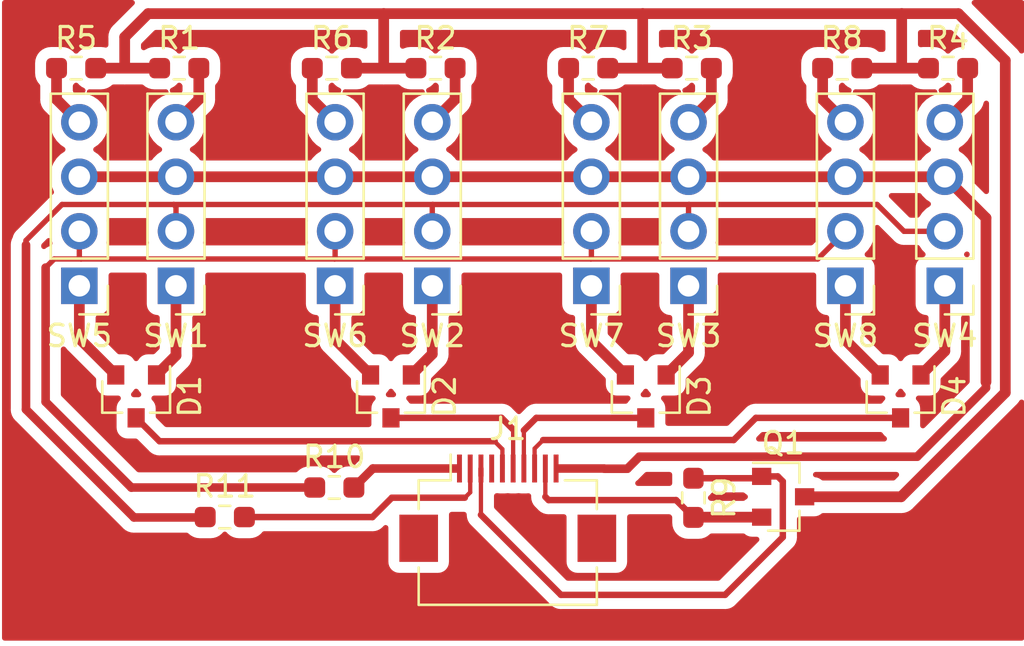
<source format=kicad_pcb>
(kicad_pcb (version 20171130) (host pcbnew 5.1.9+dfsg1-1)

  (general
    (thickness 1.6)
    (drawings 0)
    (tracks 146)
    (zones 0)
    (modules 25)
    (nets 30)
  )

  (page A4)
  (layers
    (0 F.Cu signal)
    (31 B.Cu signal)
    (32 B.Adhes user)
    (33 F.Adhes user)
    (34 B.Paste user)
    (35 F.Paste user)
    (36 B.SilkS user)
    (37 F.SilkS user)
    (38 B.Mask user)
    (39 F.Mask user)
    (40 Dwgs.User user)
    (41 Cmts.User user)
    (42 Eco1.User user)
    (43 Eco2.User user)
    (44 Edge.Cuts user)
    (45 Margin user)
    (46 B.CrtYd user)
    (47 F.CrtYd user)
    (48 B.Fab user)
    (49 F.Fab user)
  )

  (setup
    (last_trace_width 0.4)
    (user_trace_width 0.2)
    (user_trace_width 0.3)
    (user_trace_width 0.4)
    (user_trace_width 0.5)
    (trace_clearance 0.2)
    (zone_clearance 0.508)
    (zone_45_only no)
    (trace_min 0.2)
    (via_size 0.8)
    (via_drill 0.4)
    (via_min_size 0.4)
    (via_min_drill 0.3)
    (uvia_size 0.3)
    (uvia_drill 0.1)
    (uvias_allowed no)
    (uvia_min_size 0.2)
    (uvia_min_drill 0.1)
    (edge_width 0.05)
    (segment_width 0.2)
    (pcb_text_width 0.3)
    (pcb_text_size 1.5 1.5)
    (mod_edge_width 0.12)
    (mod_text_size 1 1)
    (mod_text_width 0.15)
    (pad_size 0.23 1.3)
    (pad_drill 0)
    (pad_to_mask_clearance 0)
    (aux_axis_origin 0 0)
    (visible_elements FFFFFF7F)
    (pcbplotparams
      (layerselection 0x00000_7fffffff)
      (usegerberextensions false)
      (usegerberattributes true)
      (usegerberadvancedattributes true)
      (creategerberjobfile true)
      (excludeedgelayer true)
      (linewidth 0.100000)
      (plotframeref false)
      (viasonmask false)
      (mode 1)
      (useauxorigin false)
      (hpglpennumber 1)
      (hpglpenspeed 20)
      (hpglpendiameter 15.000000)
      (psnegative true)
      (psa4output false)
      (plotreference true)
      (plotvalue true)
      (plotinvisibletext false)
      (padsonsilk false)
      (subtractmaskfromsilk false)
      (outputformat 4)
      (mirror true)
      (drillshape 1)
      (scaleselection 1)
      (outputdirectory ""))
  )

  (net 0 "")
  (net 1 "Net-(D1-Pad2)")
  (net 2 "Net-(D1-Pad1)")
  (net 3 "Net-(D2-Pad2)")
  (net 4 "Net-(D2-Pad1)")
  (net 5 "Net-(D3-Pad2)")
  (net 6 "Net-(D3-Pad1)")
  (net 7 "Net-(D4-Pad2)")
  (net 8 "Net-(D4-Pad1)")
  (net 9 "Net-(J1-Pad4)")
  (net 10 "Net-(J1-Pad1)")
  (net 11 "Net-(R1-Pad1)")
  (net 12 "Net-(R2-Pad1)")
  (net 13 "Net-(R3-Pad1)")
  (net 14 "Net-(R4-Pad1)")
  (net 15 "Net-(R5-Pad2)")
  (net 16 "Net-(R6-Pad2)")
  (net 17 "Net-(R7-Pad2)")
  (net 18 "Net-(R8-Pad2)")
  (net 19 key1)
  (net 20 key2)
  (net 21 key3)
  (net 22 key4)
  (net 23 Ground)
  (net 24 pwr)
  (net 25 led_ctrl)
  (net 26 row2)
  (net 27 led_pwr)
  (net 28 "Net-(J1-Pad2)")
  (net 29 row1)

  (net_class Default "This is the default net class."
    (clearance 0.2)
    (trace_width 0.25)
    (via_dia 0.8)
    (via_drill 0.4)
    (uvia_dia 0.3)
    (uvia_drill 0.1)
    (add_net Ground)
    (add_net "Net-(D1-Pad1)")
    (add_net "Net-(D1-Pad2)")
    (add_net "Net-(D2-Pad1)")
    (add_net "Net-(D2-Pad2)")
    (add_net "Net-(D3-Pad1)")
    (add_net "Net-(D3-Pad2)")
    (add_net "Net-(D4-Pad1)")
    (add_net "Net-(D4-Pad2)")
    (add_net "Net-(J1-Pad1)")
    (add_net "Net-(J1-Pad2)")
    (add_net "Net-(J1-Pad4)")
    (add_net "Net-(R1-Pad1)")
    (add_net "Net-(R2-Pad1)")
    (add_net "Net-(R3-Pad1)")
    (add_net "Net-(R4-Pad1)")
    (add_net "Net-(R5-Pad2)")
    (add_net "Net-(R6-Pad2)")
    (add_net "Net-(R7-Pad2)")
    (add_net "Net-(R8-Pad2)")
    (add_net key1)
    (add_net key2)
    (add_net key3)
    (add_net key4)
    (add_net led_ctrl)
    (add_net led_pwr)
    (add_net pwr)
    (add_net row1)
    (add_net row2)
  )

  (module Connector_FFC-FPC:Hirose_FH12-10S-0.5SH_1x10-1MP_P0.50mm_Horizontal (layer F.Cu) (tedit 610CD53D) (tstamp 60F2BCE4)
    (at 115 84)
    (descr "Hirose FH12, FFC/FPC connector, FH12-10S-0.5SH, 10 Pins per row (https://www.hirose.com/product/en/products/FH12/FH12-24S-0.5SH(55)/), generated with kicad-footprint-generator")
    (tags "connector Hirose FH12 horizontal")
    (path /60F5B546)
    (attr smd)
    (fp_text reference J1 (at 0 -3.7) (layer F.SilkS)
      (effects (font (size 1 1) (thickness 0.15)))
    )
    (fp_text value Keyboard_connector (at 0 5.6) (layer F.Fab)
      (effects (font (size 1 1) (thickness 0.15)))
    )
    (fp_line (start 0 -1.2) (end -4.05 -1.2) (layer F.Fab) (width 0.1))
    (fp_line (start -4.05 -1.2) (end -4.05 3.4) (layer F.Fab) (width 0.1))
    (fp_line (start -4.05 3.4) (end -3.45 3.4) (layer F.Fab) (width 0.1))
    (fp_line (start -3.45 3.4) (end -3.45 3.7) (layer F.Fab) (width 0.1))
    (fp_line (start -3.45 3.7) (end -3.95 3.7) (layer F.Fab) (width 0.1))
    (fp_line (start -3.95 3.7) (end -3.95 4.4) (layer F.Fab) (width 0.1))
    (fp_line (start -3.95 4.4) (end 0 4.4) (layer F.Fab) (width 0.1))
    (fp_line (start 0 -1.2) (end 4.05 -1.2) (layer F.Fab) (width 0.1))
    (fp_line (start 4.05 -1.2) (end 4.05 3.4) (layer F.Fab) (width 0.1))
    (fp_line (start 4.05 3.4) (end 3.45 3.4) (layer F.Fab) (width 0.1))
    (fp_line (start 3.45 3.4) (end 3.45 3.7) (layer F.Fab) (width 0.1))
    (fp_line (start 3.45 3.7) (end 3.95 3.7) (layer F.Fab) (width 0.1))
    (fp_line (start 3.95 3.7) (end 3.95 4.4) (layer F.Fab) (width 0.1))
    (fp_line (start 3.95 4.4) (end 0 4.4) (layer F.Fab) (width 0.1))
    (fp_line (start -2.66 -1.3) (end -4.15 -1.3) (layer F.SilkS) (width 0.12))
    (fp_line (start -4.15 -1.3) (end -4.15 0.04) (layer F.SilkS) (width 0.12))
    (fp_line (start 2.66 -1.3) (end 4.15 -1.3) (layer F.SilkS) (width 0.12))
    (fp_line (start 4.15 -1.3) (end 4.15 0.04) (layer F.SilkS) (width 0.12))
    (fp_line (start -4.15 2.76) (end -4.15 4.5) (layer F.SilkS) (width 0.12))
    (fp_line (start -4.15 4.5) (end 4.15 4.5) (layer F.SilkS) (width 0.12))
    (fp_line (start 4.15 4.5) (end 4.15 2.76) (layer F.SilkS) (width 0.12))
    (fp_line (start -2.66 -1.3) (end -2.66 -2.5) (layer F.SilkS) (width 0.12))
    (fp_line (start -2.75 -1.2) (end -2.25 -0.492893) (layer F.Fab) (width 0.1))
    (fp_line (start -2.25 -0.492893) (end -1.75 -1.2) (layer F.Fab) (width 0.1))
    (fp_line (start -5.55 -3) (end -5.55 4.9) (layer F.CrtYd) (width 0.05))
    (fp_line (start -5.55 4.9) (end 5.55 4.9) (layer F.CrtYd) (width 0.05))
    (fp_line (start 5.55 4.9) (end 5.55 -3) (layer F.CrtYd) (width 0.05))
    (fp_line (start 5.55 -3) (end -5.55 -3) (layer F.CrtYd) (width 0.05))
    (fp_text user %R (at 0 3.7) (layer F.Fab)
      (effects (font (size 1 1) (thickness 0.15)))
    )
    (pad 10 smd rect (at 2.25 -1.85) (size 0.23 1.3) (layers F.Cu F.Paste F.Mask)
      (net 23 Ground))
    (pad 9 smd rect (at 1.75 -1.85) (size 0.23 1.3) (layers F.Cu F.Paste F.Mask)
      (net 24 pwr))
    (pad 8 smd rect (at 1.25 -1.85) (size 0.23 1.3) (layers F.Cu F.Paste F.Mask)
      (net 22 key4))
    (pad 7 smd rect (at 0.75 -1.85) (size 0.23 1.3) (layers F.Cu F.Paste F.Mask)
      (net 21 key3))
    (pad 6 smd rect (at 0.25 -1.85) (size 0.23 1.3) (layers F.Cu F.Paste F.Mask)
      (net 20 key2))
    (pad 5 smd rect (at -0.25 -1.85) (size 0.23 1.3) (layers F.Cu F.Paste F.Mask)
      (net 19 key1))
    (pad 4 smd rect (at -0.75 -1.85) (size 0.23 1.3) (layers F.Cu F.Paste F.Mask)
      (net 9 "Net-(J1-Pad4)"))
    (pad 3 smd rect (at -1.25 -1.85) (size 0.23 1.3) (layers F.Cu F.Paste F.Mask)
      (net 25 led_ctrl))
    (pad 2 smd rect (at -1.75 -1.85) (size 0.23 1.3) (layers F.Cu F.Paste F.Mask)
      (net 28 "Net-(J1-Pad2)"))
    (pad 1 smd rect (at -2.25 -1.85) (size 0.23 1.3) (layers F.Cu F.Paste F.Mask)
      (net 10 "Net-(J1-Pad1)"))
    (pad MP smd rect (at -4.15 1.4) (size 1.8 2.2) (layers F.Cu F.Paste F.Mask))
    (pad MP smd rect (at 4.15 1.4) (size 1.8 2.2) (layers F.Cu F.Paste F.Mask))
    (model ${KISYS3DMOD}/Connector_FFC-FPC.3dshapes/Hirose_FH12-10S-0.5SH_1x10-1MP_P0.50mm_Horizontal.wrl
      (at (xyz 0 0 0))
      (scale (xyz 1 1 1))
      (rotate (xyz 0 0 0))
    )
  )

  (module Resistor_SMD:R_0603_1608Metric_Pad0.98x0.95mm_HandSolder (layer F.Cu) (tedit 5F68FEEE) (tstamp 60F43B87)
    (at 101.81844 84.41182)
    (descr "Resistor SMD 0603 (1608 Metric), square (rectangular) end terminal, IPC_7351 nominal with elongated pad for handsoldering. (Body size source: IPC-SM-782 page 72, https://www.pcb-3d.com/wordpress/wp-content/uploads/ipc-sm-782a_amendment_1_and_2.pdf), generated with kicad-footprint-generator")
    (tags "resistor handsolder")
    (path /60F49845)
    (attr smd)
    (fp_text reference R11 (at 0 -1.43) (layer F.SilkS)
      (effects (font (size 1 1) (thickness 0.15)))
    )
    (fp_text value 200 (at 0 1.43) (layer F.Fab)
      (effects (font (size 1 1) (thickness 0.15)))
    )
    (fp_line (start 1.65 0.73) (end -1.65 0.73) (layer F.CrtYd) (width 0.05))
    (fp_line (start 1.65 -0.73) (end 1.65 0.73) (layer F.CrtYd) (width 0.05))
    (fp_line (start -1.65 -0.73) (end 1.65 -0.73) (layer F.CrtYd) (width 0.05))
    (fp_line (start -1.65 0.73) (end -1.65 -0.73) (layer F.CrtYd) (width 0.05))
    (fp_line (start -0.254724 0.5225) (end 0.254724 0.5225) (layer F.SilkS) (width 0.12))
    (fp_line (start -0.254724 -0.5225) (end 0.254724 -0.5225) (layer F.SilkS) (width 0.12))
    (fp_line (start 0.8 0.4125) (end -0.8 0.4125) (layer F.Fab) (width 0.1))
    (fp_line (start 0.8 -0.4125) (end 0.8 0.4125) (layer F.Fab) (width 0.1))
    (fp_line (start -0.8 -0.4125) (end 0.8 -0.4125) (layer F.Fab) (width 0.1))
    (fp_line (start -0.8 0.4125) (end -0.8 -0.4125) (layer F.Fab) (width 0.1))
    (fp_text user %R (at 0 0) (layer F.Fab)
      (effects (font (size 0.4 0.4) (thickness 0.06)))
    )
    (pad 2 smd roundrect (at 0.9125 0) (size 0.975 0.95) (layers F.Cu F.Paste F.Mask) (roundrect_rratio 0.25)
      (net 28 "Net-(J1-Pad2)"))
    (pad 1 smd roundrect (at -0.9125 0) (size 0.975 0.95) (layers F.Cu F.Paste F.Mask) (roundrect_rratio 0.25)
      (net 26 row2))
    (model ${KISYS3DMOD}/Resistor_SMD.3dshapes/R_0603_1608Metric.wrl
      (at (xyz 0 0 0))
      (scale (xyz 1 1 1))
      (rotate (xyz 0 0 0))
    )
  )

  (module Resistor_SMD:R_0603_1608Metric_Pad0.98x0.95mm_HandSolder (layer F.Cu) (tedit 5F68FEEE) (tstamp 60F43B76)
    (at 106.91876 83.03514)
    (descr "Resistor SMD 0603 (1608 Metric), square (rectangular) end terminal, IPC_7351 nominal with elongated pad for handsoldering. (Body size source: IPC-SM-782 page 72, https://www.pcb-3d.com/wordpress/wp-content/uploads/ipc-sm-782a_amendment_1_and_2.pdf), generated with kicad-footprint-generator")
    (tags "resistor handsolder")
    (path /60F48D5B)
    (attr smd)
    (fp_text reference R10 (at 0 -1.43) (layer F.SilkS)
      (effects (font (size 1 1) (thickness 0.15)))
    )
    (fp_text value 200 (at 0 1.43) (layer F.Fab)
      (effects (font (size 1 1) (thickness 0.15)))
    )
    (fp_line (start 1.65 0.73) (end -1.65 0.73) (layer F.CrtYd) (width 0.05))
    (fp_line (start 1.65 -0.73) (end 1.65 0.73) (layer F.CrtYd) (width 0.05))
    (fp_line (start -1.65 -0.73) (end 1.65 -0.73) (layer F.CrtYd) (width 0.05))
    (fp_line (start -1.65 0.73) (end -1.65 -0.73) (layer F.CrtYd) (width 0.05))
    (fp_line (start -0.254724 0.5225) (end 0.254724 0.5225) (layer F.SilkS) (width 0.12))
    (fp_line (start -0.254724 -0.5225) (end 0.254724 -0.5225) (layer F.SilkS) (width 0.12))
    (fp_line (start 0.8 0.4125) (end -0.8 0.4125) (layer F.Fab) (width 0.1))
    (fp_line (start 0.8 -0.4125) (end 0.8 0.4125) (layer F.Fab) (width 0.1))
    (fp_line (start -0.8 -0.4125) (end 0.8 -0.4125) (layer F.Fab) (width 0.1))
    (fp_line (start -0.8 0.4125) (end -0.8 -0.4125) (layer F.Fab) (width 0.1))
    (fp_text user %R (at 0 0) (layer F.Fab)
      (effects (font (size 0.4 0.4) (thickness 0.06)))
    )
    (pad 2 smd roundrect (at 0.9125 0) (size 0.975 0.95) (layers F.Cu F.Paste F.Mask) (roundrect_rratio 0.25)
      (net 10 "Net-(J1-Pad1)"))
    (pad 1 smd roundrect (at -0.9125 0) (size 0.975 0.95) (layers F.Cu F.Paste F.Mask) (roundrect_rratio 0.25)
      (net 29 row1))
    (model ${KISYS3DMOD}/Resistor_SMD.3dshapes/R_0603_1608Metric.wrl
      (at (xyz 0 0 0))
      (scale (xyz 1 1 1))
      (rotate (xyz 0 0 0))
    )
  )

  (module Connector_PinHeader_2.54mm:PinHeader_1x04_P2.54mm_Vertical (layer F.Cu) (tedit 59FED5CC) (tstamp 60F33961)
    (at 95.0425 73.64 180)
    (descr "Through hole straight pin header, 1x04, 2.54mm pitch, single row")
    (tags "Through hole pin header THT 1x04 2.54mm single row")
    (path /60F277FD)
    (fp_text reference SW5 (at 0 -2.33) (layer F.SilkS)
      (effects (font (size 1 1) (thickness 0.15)))
    )
    (fp_text value SW_Push_LED (at 2.5654 3.7392 90) (layer F.Fab)
      (effects (font (size 1 1) (thickness 0.15)))
    )
    (fp_line (start -0.635 -1.27) (end 1.27 -1.27) (layer F.Fab) (width 0.1))
    (fp_line (start 1.27 -1.27) (end 1.27 8.89) (layer F.Fab) (width 0.1))
    (fp_line (start 1.27 8.89) (end -1.27 8.89) (layer F.Fab) (width 0.1))
    (fp_line (start -1.27 8.89) (end -1.27 -0.635) (layer F.Fab) (width 0.1))
    (fp_line (start -1.27 -0.635) (end -0.635 -1.27) (layer F.Fab) (width 0.1))
    (fp_line (start -1.33 8.95) (end 1.33 8.95) (layer F.SilkS) (width 0.12))
    (fp_line (start -1.33 1.27) (end -1.33 8.95) (layer F.SilkS) (width 0.12))
    (fp_line (start 1.33 1.27) (end 1.33 8.95) (layer F.SilkS) (width 0.12))
    (fp_line (start -1.33 1.27) (end 1.33 1.27) (layer F.SilkS) (width 0.12))
    (fp_line (start -1.33 0) (end -1.33 -1.33) (layer F.SilkS) (width 0.12))
    (fp_line (start -1.33 -1.33) (end 0 -1.33) (layer F.SilkS) (width 0.12))
    (fp_line (start -1.8 -1.8) (end -1.8 9.4) (layer F.CrtYd) (width 0.05))
    (fp_line (start -1.8 9.4) (end 1.8 9.4) (layer F.CrtYd) (width 0.05))
    (fp_line (start 1.8 9.4) (end 1.8 -1.8) (layer F.CrtYd) (width 0.05))
    (fp_line (start 1.8 -1.8) (end -1.8 -1.8) (layer F.CrtYd) (width 0.05))
    (fp_text user %R (at 0 5.08 90) (layer F.Fab)
      (effects (font (size 1 1) (thickness 0.15)))
    )
    (pad 4 thru_hole oval (at 0 7.62 180) (size 1.7 1.7) (drill 1) (layers *.Cu *.Mask)
      (net 15 "Net-(R5-Pad2)"))
    (pad 3 thru_hole oval (at 0 5.08 180) (size 1.7 1.7) (drill 1) (layers *.Cu *.Mask)
      (net 23 Ground))
    (pad 2 thru_hole oval (at 0 2.54 180) (size 1.7 1.7) (drill 1) (layers *.Cu *.Mask)
      (net 29 row1))
    (pad 1 thru_hole rect (at 0 0 180) (size 1.7 1.7) (drill 1) (layers *.Cu *.Mask)
      (net 1 "Net-(D1-Pad2)"))
    (model ${KISYS3DMOD}/Connector_PinHeader_2.54mm.3dshapes/PinHeader_1x04_P2.54mm_Vertical.wrl
      (at (xyz 0 0 0))
      (scale (xyz 1 1 1))
      (rotate (xyz 0 0 0))
    )
  )

  (module Connector_PinHeader_2.54mm:PinHeader_1x04_P2.54mm_Vertical (layer F.Cu) (tedit 59FED5CC) (tstamp 60F31CE8)
    (at 130.7295 73.64 180)
    (descr "Through hole straight pin header, 1x04, 2.54mm pitch, single row")
    (tags "Through hole pin header THT 1x04 2.54mm single row")
    (path /60F44478)
    (fp_text reference SW8 (at 0 -2.33) (layer F.SilkS)
      (effects (font (size 1 1) (thickness 0.15)))
    )
    (fp_text value SW_Push_LED (at 2.5654 3.7392 90) (layer F.Fab)
      (effects (font (size 1 1) (thickness 0.15)))
    )
    (fp_line (start -0.635 -1.27) (end 1.27 -1.27) (layer F.Fab) (width 0.1))
    (fp_line (start 1.27 -1.27) (end 1.27 8.89) (layer F.Fab) (width 0.1))
    (fp_line (start 1.27 8.89) (end -1.27 8.89) (layer F.Fab) (width 0.1))
    (fp_line (start -1.27 8.89) (end -1.27 -0.635) (layer F.Fab) (width 0.1))
    (fp_line (start -1.27 -0.635) (end -0.635 -1.27) (layer F.Fab) (width 0.1))
    (fp_line (start -1.33 8.95) (end 1.33 8.95) (layer F.SilkS) (width 0.12))
    (fp_line (start -1.33 1.27) (end -1.33 8.95) (layer F.SilkS) (width 0.12))
    (fp_line (start 1.33 1.27) (end 1.33 8.95) (layer F.SilkS) (width 0.12))
    (fp_line (start -1.33 1.27) (end 1.33 1.27) (layer F.SilkS) (width 0.12))
    (fp_line (start -1.33 0) (end -1.33 -1.33) (layer F.SilkS) (width 0.12))
    (fp_line (start -1.33 -1.33) (end 0 -1.33) (layer F.SilkS) (width 0.12))
    (fp_line (start -1.8 -1.8) (end -1.8 9.4) (layer F.CrtYd) (width 0.05))
    (fp_line (start -1.8 9.4) (end 1.8 9.4) (layer F.CrtYd) (width 0.05))
    (fp_line (start 1.8 9.4) (end 1.8 -1.8) (layer F.CrtYd) (width 0.05))
    (fp_line (start 1.8 -1.8) (end -1.8 -1.8) (layer F.CrtYd) (width 0.05))
    (fp_text user %R (at 0 5.08 90) (layer F.Fab)
      (effects (font (size 1 1) (thickness 0.15)))
    )
    (pad 4 thru_hole oval (at 0 7.62 180) (size 1.7 1.7) (drill 1) (layers *.Cu *.Mask)
      (net 18 "Net-(R8-Pad2)"))
    (pad 3 thru_hole oval (at 0 5.08 180) (size 1.7 1.7) (drill 1) (layers *.Cu *.Mask)
      (net 23 Ground))
    (pad 2 thru_hole oval (at 0 2.54 180) (size 1.7 1.7) (drill 1) (layers *.Cu *.Mask)
      (net 29 row1))
    (pad 1 thru_hole rect (at 0 0 180) (size 1.7 1.7) (drill 1) (layers *.Cu *.Mask)
      (net 7 "Net-(D4-Pad2)"))
    (model ${KISYS3DMOD}/Connector_PinHeader_2.54mm.3dshapes/PinHeader_1x04_P2.54mm_Vertical.wrl
      (at (xyz 0 0 0))
      (scale (xyz 1 1 1))
      (rotate (xyz 0 0 0))
    )
  )

  (module Connector_PinHeader_2.54mm:PinHeader_1x04_P2.54mm_Vertical (layer F.Cu) (tedit 59FED5CC) (tstamp 60F31CCF)
    (at 118.895 73.64 180)
    (descr "Through hole straight pin header, 1x04, 2.54mm pitch, single row")
    (tags "Through hole pin header THT 1x04 2.54mm single row")
    (path /60F3F5AE)
    (fp_text reference SW7 (at 0 -2.33) (layer F.SilkS)
      (effects (font (size 1 1) (thickness 0.15)))
    )
    (fp_text value SW_Push_LED (at 2.6416 3.7392 90) (layer F.Fab)
      (effects (font (size 1 1) (thickness 0.15)))
    )
    (fp_line (start -0.635 -1.27) (end 1.27 -1.27) (layer F.Fab) (width 0.1))
    (fp_line (start 1.27 -1.27) (end 1.27 8.89) (layer F.Fab) (width 0.1))
    (fp_line (start 1.27 8.89) (end -1.27 8.89) (layer F.Fab) (width 0.1))
    (fp_line (start -1.27 8.89) (end -1.27 -0.635) (layer F.Fab) (width 0.1))
    (fp_line (start -1.27 -0.635) (end -0.635 -1.27) (layer F.Fab) (width 0.1))
    (fp_line (start -1.33 8.95) (end 1.33 8.95) (layer F.SilkS) (width 0.12))
    (fp_line (start -1.33 1.27) (end -1.33 8.95) (layer F.SilkS) (width 0.12))
    (fp_line (start 1.33 1.27) (end 1.33 8.95) (layer F.SilkS) (width 0.12))
    (fp_line (start -1.33 1.27) (end 1.33 1.27) (layer F.SilkS) (width 0.12))
    (fp_line (start -1.33 0) (end -1.33 -1.33) (layer F.SilkS) (width 0.12))
    (fp_line (start -1.33 -1.33) (end 0 -1.33) (layer F.SilkS) (width 0.12))
    (fp_line (start -1.8 -1.8) (end -1.8 9.4) (layer F.CrtYd) (width 0.05))
    (fp_line (start -1.8 9.4) (end 1.8 9.4) (layer F.CrtYd) (width 0.05))
    (fp_line (start 1.8 9.4) (end 1.8 -1.8) (layer F.CrtYd) (width 0.05))
    (fp_line (start 1.8 -1.8) (end -1.8 -1.8) (layer F.CrtYd) (width 0.05))
    (fp_text user %R (at 0 5.08 90) (layer F.Fab)
      (effects (font (size 1 1) (thickness 0.15)))
    )
    (pad 4 thru_hole oval (at 0 7.62 180) (size 1.7 1.7) (drill 1) (layers *.Cu *.Mask)
      (net 17 "Net-(R7-Pad2)"))
    (pad 3 thru_hole oval (at 0 5.08 180) (size 1.7 1.7) (drill 1) (layers *.Cu *.Mask)
      (net 23 Ground))
    (pad 2 thru_hole oval (at 0 2.54 180) (size 1.7 1.7) (drill 1) (layers *.Cu *.Mask)
      (net 29 row1))
    (pad 1 thru_hole rect (at 0 0 180) (size 1.7 1.7) (drill 1) (layers *.Cu *.Mask)
      (net 5 "Net-(D3-Pad2)"))
    (model ${KISYS3DMOD}/Connector_PinHeader_2.54mm.3dshapes/PinHeader_1x04_P2.54mm_Vertical.wrl
      (at (xyz 0 0 0))
      (scale (xyz 1 1 1))
      (rotate (xyz 0 0 0))
    )
  )

  (module Connector_PinHeader_2.54mm:PinHeader_1x04_P2.54mm_Vertical (layer F.Cu) (tedit 59FED5CC) (tstamp 60F31CB6)
    (at 106.957 73.64 180)
    (descr "Through hole straight pin header, 1x04, 2.54mm pitch, single row")
    (tags "Through hole pin header THT 1x04 2.54mm single row")
    (path /60F3B7FA)
    (fp_text reference SW6 (at 0 -2.33) (layer F.SilkS)
      (effects (font (size 1 1) (thickness 0.15)))
    )
    (fp_text value SW_Push_LED (at 2.5908 3.7392 90) (layer F.Fab)
      (effects (font (size 1 1) (thickness 0.15)))
    )
    (fp_line (start -0.635 -1.27) (end 1.27 -1.27) (layer F.Fab) (width 0.1))
    (fp_line (start 1.27 -1.27) (end 1.27 8.89) (layer F.Fab) (width 0.1))
    (fp_line (start 1.27 8.89) (end -1.27 8.89) (layer F.Fab) (width 0.1))
    (fp_line (start -1.27 8.89) (end -1.27 -0.635) (layer F.Fab) (width 0.1))
    (fp_line (start -1.27 -0.635) (end -0.635 -1.27) (layer F.Fab) (width 0.1))
    (fp_line (start -1.33 8.95) (end 1.33 8.95) (layer F.SilkS) (width 0.12))
    (fp_line (start -1.33 1.27) (end -1.33 8.95) (layer F.SilkS) (width 0.12))
    (fp_line (start 1.33 1.27) (end 1.33 8.95) (layer F.SilkS) (width 0.12))
    (fp_line (start -1.33 1.27) (end 1.33 1.27) (layer F.SilkS) (width 0.12))
    (fp_line (start -1.33 0) (end -1.33 -1.33) (layer F.SilkS) (width 0.12))
    (fp_line (start -1.33 -1.33) (end 0 -1.33) (layer F.SilkS) (width 0.12))
    (fp_line (start -1.8 -1.8) (end -1.8 9.4) (layer F.CrtYd) (width 0.05))
    (fp_line (start -1.8 9.4) (end 1.8 9.4) (layer F.CrtYd) (width 0.05))
    (fp_line (start 1.8 9.4) (end 1.8 -1.8) (layer F.CrtYd) (width 0.05))
    (fp_line (start 1.8 -1.8) (end -1.8 -1.8) (layer F.CrtYd) (width 0.05))
    (fp_text user %R (at 0 5.08 90) (layer F.Fab)
      (effects (font (size 1 1) (thickness 0.15)))
    )
    (pad 4 thru_hole oval (at 0 7.62 180) (size 1.7 1.7) (drill 1) (layers *.Cu *.Mask)
      (net 16 "Net-(R6-Pad2)"))
    (pad 3 thru_hole oval (at 0 5.08 180) (size 1.7 1.7) (drill 1) (layers *.Cu *.Mask)
      (net 23 Ground))
    (pad 2 thru_hole oval (at 0 2.54 180) (size 1.7 1.7) (drill 1) (layers *.Cu *.Mask)
      (net 29 row1))
    (pad 1 thru_hole rect (at 0 0 180) (size 1.7 1.7) (drill 1) (layers *.Cu *.Mask)
      (net 3 "Net-(D2-Pad2)"))
    (model ${KISYS3DMOD}/Connector_PinHeader_2.54mm.3dshapes/PinHeader_1x04_P2.54mm_Vertical.wrl
      (at (xyz 0 0 0))
      (scale (xyz 1 1 1))
      (rotate (xyz 0 0 0))
    )
  )

  (module Connector_PinHeader_2.54mm:PinHeader_1x04_P2.54mm_Vertical (layer F.Cu) (tedit 59FED5CC) (tstamp 60F31C84)
    (at 135.359 73.64 180)
    (descr "Through hole straight pin header, 1x04, 2.54mm pitch, single row")
    (tags "Through hole pin header THT 1x04 2.54mm single row")
    (path /60F44472)
    (fp_text reference SW4 (at 0 -2.33) (layer F.SilkS)
      (effects (font (size 1 1) (thickness 0.15)))
    )
    (fp_text value SW_Push_LED (at -2.5654 3.7392 90) (layer F.Fab)
      (effects (font (size 1 1) (thickness 0.15)))
    )
    (fp_line (start -0.635 -1.27) (end 1.27 -1.27) (layer F.Fab) (width 0.1))
    (fp_line (start 1.27 -1.27) (end 1.27 8.89) (layer F.Fab) (width 0.1))
    (fp_line (start 1.27 8.89) (end -1.27 8.89) (layer F.Fab) (width 0.1))
    (fp_line (start -1.27 8.89) (end -1.27 -0.635) (layer F.Fab) (width 0.1))
    (fp_line (start -1.27 -0.635) (end -0.635 -1.27) (layer F.Fab) (width 0.1))
    (fp_line (start -1.33 8.95) (end 1.33 8.95) (layer F.SilkS) (width 0.12))
    (fp_line (start -1.33 1.27) (end -1.33 8.95) (layer F.SilkS) (width 0.12))
    (fp_line (start 1.33 1.27) (end 1.33 8.95) (layer F.SilkS) (width 0.12))
    (fp_line (start -1.33 1.27) (end 1.33 1.27) (layer F.SilkS) (width 0.12))
    (fp_line (start -1.33 0) (end -1.33 -1.33) (layer F.SilkS) (width 0.12))
    (fp_line (start -1.33 -1.33) (end 0 -1.33) (layer F.SilkS) (width 0.12))
    (fp_line (start -1.8 -1.8) (end -1.8 9.4) (layer F.CrtYd) (width 0.05))
    (fp_line (start -1.8 9.4) (end 1.8 9.4) (layer F.CrtYd) (width 0.05))
    (fp_line (start 1.8 9.4) (end 1.8 -1.8) (layer F.CrtYd) (width 0.05))
    (fp_line (start 1.8 -1.8) (end -1.8 -1.8) (layer F.CrtYd) (width 0.05))
    (fp_text user %R (at 0 5.08 90) (layer F.Fab)
      (effects (font (size 1 1) (thickness 0.15)))
    )
    (pad 4 thru_hole oval (at 0 7.62 180) (size 1.7 1.7) (drill 1) (layers *.Cu *.Mask)
      (net 14 "Net-(R4-Pad1)"))
    (pad 3 thru_hole oval (at 0 5.08 180) (size 1.7 1.7) (drill 1) (layers *.Cu *.Mask)
      (net 23 Ground))
    (pad 2 thru_hole oval (at 0 2.54 180) (size 1.7 1.7) (drill 1) (layers *.Cu *.Mask)
      (net 26 row2))
    (pad 1 thru_hole rect (at 0 0 180) (size 1.7 1.7) (drill 1) (layers *.Cu *.Mask)
      (net 8 "Net-(D4-Pad1)"))
    (model ${KISYS3DMOD}/Connector_PinHeader_2.54mm.3dshapes/PinHeader_1x04_P2.54mm_Vertical.wrl
      (at (xyz 0 0 0))
      (scale (xyz 1 1 1))
      (rotate (xyz 0 0 0))
    )
  )

  (module Connector_PinHeader_2.54mm:PinHeader_1x04_P2.54mm_Vertical (layer F.Cu) (tedit 59FED5CC) (tstamp 60F31C6B)
    (at 123.421 73.64 180)
    (descr "Through hole straight pin header, 1x04, 2.54mm pitch, single row")
    (tags "Through hole pin header THT 1x04 2.54mm single row")
    (path /60F3F5A8)
    (fp_text reference SW3 (at 0 -2.33) (layer F.SilkS)
      (effects (font (size 1 1) (thickness 0.15)))
    )
    (fp_text value SW_Push_LED (at -2.667 3.7392 270) (layer F.Fab)
      (effects (font (size 1 1) (thickness 0.15)))
    )
    (fp_line (start -0.635 -1.27) (end 1.27 -1.27) (layer F.Fab) (width 0.1))
    (fp_line (start 1.27 -1.27) (end 1.27 8.89) (layer F.Fab) (width 0.1))
    (fp_line (start 1.27 8.89) (end -1.27 8.89) (layer F.Fab) (width 0.1))
    (fp_line (start -1.27 8.89) (end -1.27 -0.635) (layer F.Fab) (width 0.1))
    (fp_line (start -1.27 -0.635) (end -0.635 -1.27) (layer F.Fab) (width 0.1))
    (fp_line (start -1.33 8.95) (end 1.33 8.95) (layer F.SilkS) (width 0.12))
    (fp_line (start -1.33 1.27) (end -1.33 8.95) (layer F.SilkS) (width 0.12))
    (fp_line (start 1.33 1.27) (end 1.33 8.95) (layer F.SilkS) (width 0.12))
    (fp_line (start -1.33 1.27) (end 1.33 1.27) (layer F.SilkS) (width 0.12))
    (fp_line (start -1.33 0) (end -1.33 -1.33) (layer F.SilkS) (width 0.12))
    (fp_line (start -1.33 -1.33) (end 0 -1.33) (layer F.SilkS) (width 0.12))
    (fp_line (start -1.8 -1.8) (end -1.8 9.4) (layer F.CrtYd) (width 0.05))
    (fp_line (start -1.8 9.4) (end 1.8 9.4) (layer F.CrtYd) (width 0.05))
    (fp_line (start 1.8 9.4) (end 1.8 -1.8) (layer F.CrtYd) (width 0.05))
    (fp_line (start 1.8 -1.8) (end -1.8 -1.8) (layer F.CrtYd) (width 0.05))
    (fp_text user %R (at 0 5.08 90) (layer F.Fab)
      (effects (font (size 1 1) (thickness 0.15)))
    )
    (pad 4 thru_hole oval (at 0 7.62 180) (size 1.7 1.7) (drill 1) (layers *.Cu *.Mask)
      (net 13 "Net-(R3-Pad1)"))
    (pad 3 thru_hole oval (at 0 5.08 180) (size 1.7 1.7) (drill 1) (layers *.Cu *.Mask)
      (net 23 Ground))
    (pad 2 thru_hole oval (at 0 2.54 180) (size 1.7 1.7) (drill 1) (layers *.Cu *.Mask)
      (net 26 row2))
    (pad 1 thru_hole rect (at 0 0 180) (size 1.7 1.7) (drill 1) (layers *.Cu *.Mask)
      (net 6 "Net-(D3-Pad1)"))
    (model ${KISYS3DMOD}/Connector_PinHeader_2.54mm.3dshapes/PinHeader_1x04_P2.54mm_Vertical.wrl
      (at (xyz 0 0 0))
      (scale (xyz 1 1 1))
      (rotate (xyz 0 0 0))
    )
  )

  (module Connector_PinHeader_2.54mm:PinHeader_1x04_P2.54mm_Vertical (layer F.Cu) (tedit 59FED5CC) (tstamp 60F31C52)
    (at 111.483 73.64 180)
    (descr "Through hole straight pin header, 1x04, 2.54mm pitch, single row")
    (tags "Through hole pin header THT 1x04 2.54mm single row")
    (path /60F3B7F4)
    (fp_text reference SW2 (at 0 -2.33) (layer F.SilkS)
      (effects (font (size 1 1) (thickness 0.15)))
    )
    (fp_text value SW_Push_LED (at -2.6416 3.7392 90) (layer F.Fab)
      (effects (font (size 1 1) (thickness 0.15)))
    )
    (fp_line (start -0.635 -1.27) (end 1.27 -1.27) (layer F.Fab) (width 0.1))
    (fp_line (start 1.27 -1.27) (end 1.27 8.89) (layer F.Fab) (width 0.1))
    (fp_line (start 1.27 8.89) (end -1.27 8.89) (layer F.Fab) (width 0.1))
    (fp_line (start -1.27 8.89) (end -1.27 -0.635) (layer F.Fab) (width 0.1))
    (fp_line (start -1.27 -0.635) (end -0.635 -1.27) (layer F.Fab) (width 0.1))
    (fp_line (start -1.33 8.95) (end 1.33 8.95) (layer F.SilkS) (width 0.12))
    (fp_line (start -1.33 1.27) (end -1.33 8.95) (layer F.SilkS) (width 0.12))
    (fp_line (start 1.33 1.27) (end 1.33 8.95) (layer F.SilkS) (width 0.12))
    (fp_line (start -1.33 1.27) (end 1.33 1.27) (layer F.SilkS) (width 0.12))
    (fp_line (start -1.33 0) (end -1.33 -1.33) (layer F.SilkS) (width 0.12))
    (fp_line (start -1.33 -1.33) (end 0 -1.33) (layer F.SilkS) (width 0.12))
    (fp_line (start -1.8 -1.8) (end -1.8 9.4) (layer F.CrtYd) (width 0.05))
    (fp_line (start -1.8 9.4) (end 1.8 9.4) (layer F.CrtYd) (width 0.05))
    (fp_line (start 1.8 9.4) (end 1.8 -1.8) (layer F.CrtYd) (width 0.05))
    (fp_line (start 1.8 -1.8) (end -1.8 -1.8) (layer F.CrtYd) (width 0.05))
    (fp_text user %R (at 0 5.08 90) (layer F.Fab)
      (effects (font (size 1 1) (thickness 0.15)))
    )
    (pad 4 thru_hole oval (at 0 7.62 180) (size 1.7 1.7) (drill 1) (layers *.Cu *.Mask)
      (net 12 "Net-(R2-Pad1)"))
    (pad 3 thru_hole oval (at 0 5.08 180) (size 1.7 1.7) (drill 1) (layers *.Cu *.Mask)
      (net 23 Ground))
    (pad 2 thru_hole oval (at 0 2.54 180) (size 1.7 1.7) (drill 1) (layers *.Cu *.Mask)
      (net 26 row2))
    (pad 1 thru_hole rect (at 0 0 180) (size 1.7 1.7) (drill 1) (layers *.Cu *.Mask)
      (net 4 "Net-(D2-Pad1)"))
    (model ${KISYS3DMOD}/Connector_PinHeader_2.54mm.3dshapes/PinHeader_1x04_P2.54mm_Vertical.wrl
      (at (xyz 0 0 0))
      (scale (xyz 1 1 1))
      (rotate (xyz 0 0 0))
    )
  )

  (module Connector_PinHeader_2.54mm:PinHeader_1x04_P2.54mm_Vertical (layer F.Cu) (tedit 59FED5CC) (tstamp 60F31C39)
    (at 99.545 73.64 180)
    (descr "Through hole straight pin header, 1x04, 2.54mm pitch, single row")
    (tags "Through hole pin header THT 1x04 2.54mm single row")
    (path /60F25ED1)
    (fp_text reference SW1 (at 0 -2.33) (layer F.SilkS)
      (effects (font (size 1 1) (thickness 0.15)))
    )
    (fp_text value SW_Push_LED (at -2.5908 3.7392 90) (layer F.Fab)
      (effects (font (size 1 1) (thickness 0.15)))
    )
    (fp_line (start -0.635 -1.27) (end 1.27 -1.27) (layer F.Fab) (width 0.1))
    (fp_line (start 1.27 -1.27) (end 1.27 8.89) (layer F.Fab) (width 0.1))
    (fp_line (start 1.27 8.89) (end -1.27 8.89) (layer F.Fab) (width 0.1))
    (fp_line (start -1.27 8.89) (end -1.27 -0.635) (layer F.Fab) (width 0.1))
    (fp_line (start -1.27 -0.635) (end -0.635 -1.27) (layer F.Fab) (width 0.1))
    (fp_line (start -1.33 8.95) (end 1.33 8.95) (layer F.SilkS) (width 0.12))
    (fp_line (start -1.33 1.27) (end -1.33 8.95) (layer F.SilkS) (width 0.12))
    (fp_line (start 1.33 1.27) (end 1.33 8.95) (layer F.SilkS) (width 0.12))
    (fp_line (start -1.33 1.27) (end 1.33 1.27) (layer F.SilkS) (width 0.12))
    (fp_line (start -1.33 0) (end -1.33 -1.33) (layer F.SilkS) (width 0.12))
    (fp_line (start -1.33 -1.33) (end 0 -1.33) (layer F.SilkS) (width 0.12))
    (fp_line (start -1.8 -1.8) (end -1.8 9.4) (layer F.CrtYd) (width 0.05))
    (fp_line (start -1.8 9.4) (end 1.8 9.4) (layer F.CrtYd) (width 0.05))
    (fp_line (start 1.8 9.4) (end 1.8 -1.8) (layer F.CrtYd) (width 0.05))
    (fp_line (start 1.8 -1.8) (end -1.8 -1.8) (layer F.CrtYd) (width 0.05))
    (fp_text user %R (at 0 5.08 90) (layer F.Fab)
      (effects (font (size 1 1) (thickness 0.15)))
    )
    (pad 4 thru_hole oval (at 0 7.62 180) (size 1.7 1.7) (drill 1) (layers *.Cu *.Mask)
      (net 11 "Net-(R1-Pad1)"))
    (pad 3 thru_hole oval (at 0 5.08 180) (size 1.7 1.7) (drill 1) (layers *.Cu *.Mask)
      (net 23 Ground))
    (pad 2 thru_hole oval (at 0 2.54 180) (size 1.7 1.7) (drill 1) (layers *.Cu *.Mask)
      (net 26 row2))
    (pad 1 thru_hole rect (at 0 0 180) (size 1.7 1.7) (drill 1) (layers *.Cu *.Mask)
      (net 2 "Net-(D1-Pad1)"))
    (model ${KISYS3DMOD}/Connector_PinHeader_2.54mm.3dshapes/PinHeader_1x04_P2.54mm_Vertical.wrl
      (at (xyz 0 0 0))
      (scale (xyz 1 1 1))
      (rotate (xyz 0 0 0))
    )
  )

  (module Resistor_SMD:R_0603_1608Metric_Pad0.98x0.95mm_HandSolder (layer F.Cu) (tedit 5F68FEEE) (tstamp 60F2BD92)
    (at 123.6472 83.5152 270)
    (descr "Resistor SMD 0603 (1608 Metric), square (rectangular) end terminal, IPC_7351 nominal with elongated pad for handsoldering. (Body size source: IPC-SM-782 page 72, https://www.pcb-3d.com/wordpress/wp-content/uploads/ipc-sm-782a_amendment_1_and_2.pdf), generated with kicad-footprint-generator")
    (tags "resistor handsolder")
    (path /60F79F27)
    (attr smd)
    (fp_text reference R9 (at 0 -1.43 90) (layer F.SilkS)
      (effects (font (size 1 1) (thickness 0.15)))
    )
    (fp_text value 1k (at 0 1.43 90) (layer F.Fab)
      (effects (font (size 1 1) (thickness 0.15)))
    )
    (fp_line (start -0.8 0.4125) (end -0.8 -0.4125) (layer F.Fab) (width 0.1))
    (fp_line (start -0.8 -0.4125) (end 0.8 -0.4125) (layer F.Fab) (width 0.1))
    (fp_line (start 0.8 -0.4125) (end 0.8 0.4125) (layer F.Fab) (width 0.1))
    (fp_line (start 0.8 0.4125) (end -0.8 0.4125) (layer F.Fab) (width 0.1))
    (fp_line (start -0.254724 -0.5225) (end 0.254724 -0.5225) (layer F.SilkS) (width 0.12))
    (fp_line (start -0.254724 0.5225) (end 0.254724 0.5225) (layer F.SilkS) (width 0.12))
    (fp_line (start -1.65 0.73) (end -1.65 -0.73) (layer F.CrtYd) (width 0.05))
    (fp_line (start -1.65 -0.73) (end 1.65 -0.73) (layer F.CrtYd) (width 0.05))
    (fp_line (start 1.65 -0.73) (end 1.65 0.73) (layer F.CrtYd) (width 0.05))
    (fp_line (start 1.65 0.73) (end -1.65 0.73) (layer F.CrtYd) (width 0.05))
    (fp_text user %R (at 0 0 90) (layer F.Fab)
      (effects (font (size 0.4 0.4) (thickness 0.06)))
    )
    (pad 2 smd roundrect (at 0.9125 0 270) (size 0.975 0.95) (layers F.Cu F.Paste F.Mask) (roundrect_rratio 0.25)
      (net 24 pwr))
    (pad 1 smd roundrect (at -0.9125 0 270) (size 0.975 0.95) (layers F.Cu F.Paste F.Mask) (roundrect_rratio 0.25)
      (net 25 led_ctrl))
    (model ${KISYS3DMOD}/Resistor_SMD.3dshapes/R_0603_1608Metric.wrl
      (at (xyz 0 0 0))
      (scale (xyz 1 1 1))
      (rotate (xyz 0 0 0))
    )
  )

  (module Resistor_SMD:R_0603_1608Metric_Pad0.98x0.95mm_HandSolder (layer F.Cu) (tedit 5F68FEEE) (tstamp 60F2BD81)
    (at 130.5795 63.5 180)
    (descr "Resistor SMD 0603 (1608 Metric), square (rectangular) end terminal, IPC_7351 nominal with elongated pad for handsoldering. (Body size source: IPC-SM-782 page 72, https://www.pcb-3d.com/wordpress/wp-content/uploads/ipc-sm-782a_amendment_1_and_2.pdf), generated with kicad-footprint-generator")
    (tags "resistor handsolder")
    (path /60F4448A)
    (attr smd)
    (fp_text reference R8 (at 0.0235 1.397) (layer F.SilkS)
      (effects (font (size 1 1) (thickness 0.15)))
    )
    (fp_text value 1k (at 2.5635 0) (layer F.Fab)
      (effects (font (size 1 1) (thickness 0.15)))
    )
    (fp_line (start -0.8 0.4125) (end -0.8 -0.4125) (layer F.Fab) (width 0.1))
    (fp_line (start -0.8 -0.4125) (end 0.8 -0.4125) (layer F.Fab) (width 0.1))
    (fp_line (start 0.8 -0.4125) (end 0.8 0.4125) (layer F.Fab) (width 0.1))
    (fp_line (start 0.8 0.4125) (end -0.8 0.4125) (layer F.Fab) (width 0.1))
    (fp_line (start -0.254724 -0.5225) (end 0.254724 -0.5225) (layer F.SilkS) (width 0.12))
    (fp_line (start -0.254724 0.5225) (end 0.254724 0.5225) (layer F.SilkS) (width 0.12))
    (fp_line (start -1.65 0.73) (end -1.65 -0.73) (layer F.CrtYd) (width 0.05))
    (fp_line (start -1.65 -0.73) (end 1.65 -0.73) (layer F.CrtYd) (width 0.05))
    (fp_line (start 1.65 -0.73) (end 1.65 0.73) (layer F.CrtYd) (width 0.05))
    (fp_line (start 1.65 0.73) (end -1.65 0.73) (layer F.CrtYd) (width 0.05))
    (fp_text user %R (at 0 0) (layer F.Fab)
      (effects (font (size 0.4 0.4) (thickness 0.06)))
    )
    (pad 2 smd roundrect (at 0.9125 0 180) (size 0.975 0.95) (layers F.Cu F.Paste F.Mask) (roundrect_rratio 0.25)
      (net 18 "Net-(R8-Pad2)"))
    (pad 1 smd roundrect (at -0.9125 0 180) (size 0.975 0.95) (layers F.Cu F.Paste F.Mask) (roundrect_rratio 0.25)
      (net 27 led_pwr))
    (model ${KISYS3DMOD}/Resistor_SMD.3dshapes/R_0603_1608Metric.wrl
      (at (xyz 0 0 0))
      (scale (xyz 1 1 1))
      (rotate (xyz 0 0 0))
    )
  )

  (module Resistor_SMD:R_0603_1608Metric_Pad0.98x0.95mm_HandSolder (layer F.Cu) (tedit 5F68FEEE) (tstamp 60F2BD70)
    (at 118.745 63.5 180)
    (descr "Resistor SMD 0603 (1608 Metric), square (rectangular) end terminal, IPC_7351 nominal with elongated pad for handsoldering. (Body size source: IPC-SM-782 page 72, https://www.pcb-3d.com/wordpress/wp-content/uploads/ipc-sm-782a_amendment_1_and_2.pdf), generated with kicad-footprint-generator")
    (tags "resistor handsolder")
    (path /60F3F5C0)
    (attr smd)
    (fp_text reference R7 (at 0 1.397) (layer F.SilkS)
      (effects (font (size 1 1) (thickness 0.15)))
    )
    (fp_text value 1k (at 2.54 0) (layer F.Fab)
      (effects (font (size 1 1) (thickness 0.15)))
    )
    (fp_line (start -0.8 0.4125) (end -0.8 -0.4125) (layer F.Fab) (width 0.1))
    (fp_line (start -0.8 -0.4125) (end 0.8 -0.4125) (layer F.Fab) (width 0.1))
    (fp_line (start 0.8 -0.4125) (end 0.8 0.4125) (layer F.Fab) (width 0.1))
    (fp_line (start 0.8 0.4125) (end -0.8 0.4125) (layer F.Fab) (width 0.1))
    (fp_line (start -0.254724 -0.5225) (end 0.254724 -0.5225) (layer F.SilkS) (width 0.12))
    (fp_line (start -0.254724 0.5225) (end 0.254724 0.5225) (layer F.SilkS) (width 0.12))
    (fp_line (start -1.65 0.73) (end -1.65 -0.73) (layer F.CrtYd) (width 0.05))
    (fp_line (start -1.65 -0.73) (end 1.65 -0.73) (layer F.CrtYd) (width 0.05))
    (fp_line (start 1.65 -0.73) (end 1.65 0.73) (layer F.CrtYd) (width 0.05))
    (fp_line (start 1.65 0.73) (end -1.65 0.73) (layer F.CrtYd) (width 0.05))
    (fp_text user %R (at 0 0) (layer F.Fab)
      (effects (font (size 0.4 0.4) (thickness 0.06)))
    )
    (pad 2 smd roundrect (at 0.9125 0 180) (size 0.975 0.95) (layers F.Cu F.Paste F.Mask) (roundrect_rratio 0.25)
      (net 17 "Net-(R7-Pad2)"))
    (pad 1 smd roundrect (at -0.9125 0 180) (size 0.975 0.95) (layers F.Cu F.Paste F.Mask) (roundrect_rratio 0.25)
      (net 27 led_pwr))
    (model ${KISYS3DMOD}/Resistor_SMD.3dshapes/R_0603_1608Metric.wrl
      (at (xyz 0 0 0))
      (scale (xyz 1 1 1))
      (rotate (xyz 0 0 0))
    )
  )

  (module Resistor_SMD:R_0603_1608Metric_Pad0.98x0.95mm_HandSolder (layer F.Cu) (tedit 5F68FEEE) (tstamp 60F2BD5F)
    (at 106.807 63.5 180)
    (descr "Resistor SMD 0603 (1608 Metric), square (rectangular) end terminal, IPC_7351 nominal with elongated pad for handsoldering. (Body size source: IPC-SM-782 page 72, https://www.pcb-3d.com/wordpress/wp-content/uploads/ipc-sm-782a_amendment_1_and_2.pdf), generated with kicad-footprint-generator")
    (tags "resistor handsolder")
    (path /60F3B80C)
    (attr smd)
    (fp_text reference R6 (at 0 1.397) (layer F.SilkS)
      (effects (font (size 1 1) (thickness 0.15)))
    )
    (fp_text value 1k (at 2.54 0) (layer F.Fab)
      (effects (font (size 1 1) (thickness 0.15)))
    )
    (fp_line (start -0.8 0.4125) (end -0.8 -0.4125) (layer F.Fab) (width 0.1))
    (fp_line (start -0.8 -0.4125) (end 0.8 -0.4125) (layer F.Fab) (width 0.1))
    (fp_line (start 0.8 -0.4125) (end 0.8 0.4125) (layer F.Fab) (width 0.1))
    (fp_line (start 0.8 0.4125) (end -0.8 0.4125) (layer F.Fab) (width 0.1))
    (fp_line (start -0.254724 -0.5225) (end 0.254724 -0.5225) (layer F.SilkS) (width 0.12))
    (fp_line (start -0.254724 0.5225) (end 0.254724 0.5225) (layer F.SilkS) (width 0.12))
    (fp_line (start -1.65 0.73) (end -1.65 -0.73) (layer F.CrtYd) (width 0.05))
    (fp_line (start -1.65 -0.73) (end 1.65 -0.73) (layer F.CrtYd) (width 0.05))
    (fp_line (start 1.65 -0.73) (end 1.65 0.73) (layer F.CrtYd) (width 0.05))
    (fp_line (start 1.65 0.73) (end -1.65 0.73) (layer F.CrtYd) (width 0.05))
    (fp_text user %R (at 0 0) (layer F.Fab)
      (effects (font (size 0.4 0.4) (thickness 0.06)))
    )
    (pad 2 smd roundrect (at 0.9125 0 180) (size 0.975 0.95) (layers F.Cu F.Paste F.Mask) (roundrect_rratio 0.25)
      (net 16 "Net-(R6-Pad2)"))
    (pad 1 smd roundrect (at -0.9125 0 180) (size 0.975 0.95) (layers F.Cu F.Paste F.Mask) (roundrect_rratio 0.25)
      (net 27 led_pwr))
    (model ${KISYS3DMOD}/Resistor_SMD.3dshapes/R_0603_1608Metric.wrl
      (at (xyz 0 0 0))
      (scale (xyz 1 1 1))
      (rotate (xyz 0 0 0))
    )
  )

  (module Resistor_SMD:R_0603_1608Metric_Pad0.98x0.95mm_HandSolder (layer F.Cu) (tedit 5F68FEEE) (tstamp 60F2BD4E)
    (at 94.8925 63.5 180)
    (descr "Resistor SMD 0603 (1608 Metric), square (rectangular) end terminal, IPC_7351 nominal with elongated pad for handsoldering. (Body size source: IPC-SM-782 page 72, https://www.pcb-3d.com/wordpress/wp-content/uploads/ipc-sm-782a_amendment_1_and_2.pdf), generated with kicad-footprint-generator")
    (tags "resistor handsolder")
    (path /60F2B26E)
    (attr smd)
    (fp_text reference R5 (at 0 1.397) (layer F.SilkS)
      (effects (font (size 1 1) (thickness 0.15)))
    )
    (fp_text value 1k (at 2.54 0) (layer F.Fab)
      (effects (font (size 1 1) (thickness 0.15)))
    )
    (fp_line (start -0.8 0.4125) (end -0.8 -0.4125) (layer F.Fab) (width 0.1))
    (fp_line (start -0.8 -0.4125) (end 0.8 -0.4125) (layer F.Fab) (width 0.1))
    (fp_line (start 0.8 -0.4125) (end 0.8 0.4125) (layer F.Fab) (width 0.1))
    (fp_line (start 0.8 0.4125) (end -0.8 0.4125) (layer F.Fab) (width 0.1))
    (fp_line (start -0.254724 -0.5225) (end 0.254724 -0.5225) (layer F.SilkS) (width 0.12))
    (fp_line (start -0.254724 0.5225) (end 0.254724 0.5225) (layer F.SilkS) (width 0.12))
    (fp_line (start -1.65 0.73) (end -1.65 -0.73) (layer F.CrtYd) (width 0.05))
    (fp_line (start -1.65 -0.73) (end 1.65 -0.73) (layer F.CrtYd) (width 0.05))
    (fp_line (start 1.65 -0.73) (end 1.65 0.73) (layer F.CrtYd) (width 0.05))
    (fp_line (start 1.65 0.73) (end -1.65 0.73) (layer F.CrtYd) (width 0.05))
    (fp_text user %R (at 0 0) (layer F.Fab)
      (effects (font (size 0.4 0.4) (thickness 0.06)))
    )
    (pad 2 smd roundrect (at 0.9125 0 180) (size 0.975 0.95) (layers F.Cu F.Paste F.Mask) (roundrect_rratio 0.25)
      (net 15 "Net-(R5-Pad2)"))
    (pad 1 smd roundrect (at -0.9125 0 180) (size 0.975 0.95) (layers F.Cu F.Paste F.Mask) (roundrect_rratio 0.25)
      (net 27 led_pwr))
    (model ${KISYS3DMOD}/Resistor_SMD.3dshapes/R_0603_1608Metric.wrl
      (at (xyz 0 0 0))
      (scale (xyz 1 1 1))
      (rotate (xyz 0 0 0))
    )
  )

  (module Resistor_SMD:R_0603_1608Metric_Pad0.98x0.95mm_HandSolder (layer F.Cu) (tedit 5F68FEEE) (tstamp 60F2BD3D)
    (at 135.509 63.5 180)
    (descr "Resistor SMD 0603 (1608 Metric), square (rectangular) end terminal, IPC_7351 nominal with elongated pad for handsoldering. (Body size source: IPC-SM-782 page 72, https://www.pcb-3d.com/wordpress/wp-content/uploads/ipc-sm-782a_amendment_1_and_2.pdf), generated with kicad-footprint-generator")
    (tags "resistor handsolder")
    (path /60F44484)
    (attr smd)
    (fp_text reference R4 (at 0 1.397) (layer F.SilkS)
      (effects (font (size 1 1) (thickness 0.15)))
    )
    (fp_text value 1k (at -2.54 0) (layer F.Fab)
      (effects (font (size 1 1) (thickness 0.15)))
    )
    (fp_line (start -0.8 0.4125) (end -0.8 -0.4125) (layer F.Fab) (width 0.1))
    (fp_line (start -0.8 -0.4125) (end 0.8 -0.4125) (layer F.Fab) (width 0.1))
    (fp_line (start 0.8 -0.4125) (end 0.8 0.4125) (layer F.Fab) (width 0.1))
    (fp_line (start 0.8 0.4125) (end -0.8 0.4125) (layer F.Fab) (width 0.1))
    (fp_line (start -0.254724 -0.5225) (end 0.254724 -0.5225) (layer F.SilkS) (width 0.12))
    (fp_line (start -0.254724 0.5225) (end 0.254724 0.5225) (layer F.SilkS) (width 0.12))
    (fp_line (start -1.65 0.73) (end -1.65 -0.73) (layer F.CrtYd) (width 0.05))
    (fp_line (start -1.65 -0.73) (end 1.65 -0.73) (layer F.CrtYd) (width 0.05))
    (fp_line (start 1.65 -0.73) (end 1.65 0.73) (layer F.CrtYd) (width 0.05))
    (fp_line (start 1.65 0.73) (end -1.65 0.73) (layer F.CrtYd) (width 0.05))
    (fp_text user %R (at 0 0) (layer F.Fab)
      (effects (font (size 0.4 0.4) (thickness 0.06)))
    )
    (pad 2 smd roundrect (at 0.9125 0 180) (size 0.975 0.95) (layers F.Cu F.Paste F.Mask) (roundrect_rratio 0.25)
      (net 27 led_pwr))
    (pad 1 smd roundrect (at -0.9125 0 180) (size 0.975 0.95) (layers F.Cu F.Paste F.Mask) (roundrect_rratio 0.25)
      (net 14 "Net-(R4-Pad1)"))
    (model ${KISYS3DMOD}/Resistor_SMD.3dshapes/R_0603_1608Metric.wrl
      (at (xyz 0 0 0))
      (scale (xyz 1 1 1))
      (rotate (xyz 0 0 0))
    )
  )

  (module Resistor_SMD:R_0603_1608Metric_Pad0.98x0.95mm_HandSolder (layer F.Cu) (tedit 5F68FEEE) (tstamp 60F2BD2C)
    (at 123.571 63.5 180)
    (descr "Resistor SMD 0603 (1608 Metric), square (rectangular) end terminal, IPC_7351 nominal with elongated pad for handsoldering. (Body size source: IPC-SM-782 page 72, https://www.pcb-3d.com/wordpress/wp-content/uploads/ipc-sm-782a_amendment_1_and_2.pdf), generated with kicad-footprint-generator")
    (tags "resistor handsolder")
    (path /60F3F5BA)
    (attr smd)
    (fp_text reference R3 (at 0 1.397) (layer F.SilkS)
      (effects (font (size 1 1) (thickness 0.15)))
    )
    (fp_text value 1k (at -2.54 0) (layer F.Fab)
      (effects (font (size 1 1) (thickness 0.15)))
    )
    (fp_line (start -0.8 0.4125) (end -0.8 -0.4125) (layer F.Fab) (width 0.1))
    (fp_line (start -0.8 -0.4125) (end 0.8 -0.4125) (layer F.Fab) (width 0.1))
    (fp_line (start 0.8 -0.4125) (end 0.8 0.4125) (layer F.Fab) (width 0.1))
    (fp_line (start 0.8 0.4125) (end -0.8 0.4125) (layer F.Fab) (width 0.1))
    (fp_line (start -0.254724 -0.5225) (end 0.254724 -0.5225) (layer F.SilkS) (width 0.12))
    (fp_line (start -0.254724 0.5225) (end 0.254724 0.5225) (layer F.SilkS) (width 0.12))
    (fp_line (start -1.65 0.73) (end -1.65 -0.73) (layer F.CrtYd) (width 0.05))
    (fp_line (start -1.65 -0.73) (end 1.65 -0.73) (layer F.CrtYd) (width 0.05))
    (fp_line (start 1.65 -0.73) (end 1.65 0.73) (layer F.CrtYd) (width 0.05))
    (fp_line (start 1.65 0.73) (end -1.65 0.73) (layer F.CrtYd) (width 0.05))
    (fp_text user %R (at 0 0) (layer F.Fab)
      (effects (font (size 0.4 0.4) (thickness 0.06)))
    )
    (pad 2 smd roundrect (at 0.9125 0 180) (size 0.975 0.95) (layers F.Cu F.Paste F.Mask) (roundrect_rratio 0.25)
      (net 27 led_pwr))
    (pad 1 smd roundrect (at -0.9125 0 180) (size 0.975 0.95) (layers F.Cu F.Paste F.Mask) (roundrect_rratio 0.25)
      (net 13 "Net-(R3-Pad1)"))
    (model ${KISYS3DMOD}/Resistor_SMD.3dshapes/R_0603_1608Metric.wrl
      (at (xyz 0 0 0))
      (scale (xyz 1 1 1))
      (rotate (xyz 0 0 0))
    )
  )

  (module Resistor_SMD:R_0603_1608Metric_Pad0.98x0.95mm_HandSolder (layer F.Cu) (tedit 5F68FEEE) (tstamp 60F2BD1B)
    (at 111.633 63.5 180)
    (descr "Resistor SMD 0603 (1608 Metric), square (rectangular) end terminal, IPC_7351 nominal with elongated pad for handsoldering. (Body size source: IPC-SM-782 page 72, https://www.pcb-3d.com/wordpress/wp-content/uploads/ipc-sm-782a_amendment_1_and_2.pdf), generated with kicad-footprint-generator")
    (tags "resistor handsolder")
    (path /60F3B806)
    (attr smd)
    (fp_text reference R2 (at 0 1.397) (layer F.SilkS)
      (effects (font (size 1 1) (thickness 0.15)))
    )
    (fp_text value 1k (at -2.54 0) (layer F.Fab)
      (effects (font (size 1 1) (thickness 0.15)))
    )
    (fp_line (start -0.8 0.4125) (end -0.8 -0.4125) (layer F.Fab) (width 0.1))
    (fp_line (start -0.8 -0.4125) (end 0.8 -0.4125) (layer F.Fab) (width 0.1))
    (fp_line (start 0.8 -0.4125) (end 0.8 0.4125) (layer F.Fab) (width 0.1))
    (fp_line (start 0.8 0.4125) (end -0.8 0.4125) (layer F.Fab) (width 0.1))
    (fp_line (start -0.254724 -0.5225) (end 0.254724 -0.5225) (layer F.SilkS) (width 0.12))
    (fp_line (start -0.254724 0.5225) (end 0.254724 0.5225) (layer F.SilkS) (width 0.12))
    (fp_line (start -1.65 0.73) (end -1.65 -0.73) (layer F.CrtYd) (width 0.05))
    (fp_line (start -1.65 -0.73) (end 1.65 -0.73) (layer F.CrtYd) (width 0.05))
    (fp_line (start 1.65 -0.73) (end 1.65 0.73) (layer F.CrtYd) (width 0.05))
    (fp_line (start 1.65 0.73) (end -1.65 0.73) (layer F.CrtYd) (width 0.05))
    (fp_text user %R (at 0 0) (layer F.Fab)
      (effects (font (size 0.4 0.4) (thickness 0.06)))
    )
    (pad 2 smd roundrect (at 0.9125 0 180) (size 0.975 0.95) (layers F.Cu F.Paste F.Mask) (roundrect_rratio 0.25)
      (net 27 led_pwr))
    (pad 1 smd roundrect (at -0.9125 0 180) (size 0.975 0.95) (layers F.Cu F.Paste F.Mask) (roundrect_rratio 0.25)
      (net 12 "Net-(R2-Pad1)"))
    (model ${KISYS3DMOD}/Resistor_SMD.3dshapes/R_0603_1608Metric.wrl
      (at (xyz 0 0 0))
      (scale (xyz 1 1 1))
      (rotate (xyz 0 0 0))
    )
  )

  (module Resistor_SMD:R_0603_1608Metric_Pad0.98x0.95mm_HandSolder (layer F.Cu) (tedit 5F68FEEE) (tstamp 60F2BD0A)
    (at 99.695 63.5 180)
    (descr "Resistor SMD 0603 (1608 Metric), square (rectangular) end terminal, IPC_7351 nominal with elongated pad for handsoldering. (Body size source: IPC-SM-782 page 72, https://www.pcb-3d.com/wordpress/wp-content/uploads/ipc-sm-782a_amendment_1_and_2.pdf), generated with kicad-footprint-generator")
    (tags "resistor handsolder")
    (path /60F2AC28)
    (attr smd)
    (fp_text reference R1 (at 0 1.397) (layer F.SilkS)
      (effects (font (size 1 1) (thickness 0.15)))
    )
    (fp_text value 1k (at -2.54 0) (layer F.Fab)
      (effects (font (size 1 1) (thickness 0.15)))
    )
    (fp_line (start -0.8 0.4125) (end -0.8 -0.4125) (layer F.Fab) (width 0.1))
    (fp_line (start -0.8 -0.4125) (end 0.8 -0.4125) (layer F.Fab) (width 0.1))
    (fp_line (start 0.8 -0.4125) (end 0.8 0.4125) (layer F.Fab) (width 0.1))
    (fp_line (start 0.8 0.4125) (end -0.8 0.4125) (layer F.Fab) (width 0.1))
    (fp_line (start -0.254724 -0.5225) (end 0.254724 -0.5225) (layer F.SilkS) (width 0.12))
    (fp_line (start -0.254724 0.5225) (end 0.254724 0.5225) (layer F.SilkS) (width 0.12))
    (fp_line (start -1.65 0.73) (end -1.65 -0.73) (layer F.CrtYd) (width 0.05))
    (fp_line (start -1.65 -0.73) (end 1.65 -0.73) (layer F.CrtYd) (width 0.05))
    (fp_line (start 1.65 -0.73) (end 1.65 0.73) (layer F.CrtYd) (width 0.05))
    (fp_line (start 1.65 0.73) (end -1.65 0.73) (layer F.CrtYd) (width 0.05))
    (fp_text user %R (at 0 0) (layer F.Fab)
      (effects (font (size 0.4 0.4) (thickness 0.06)))
    )
    (pad 2 smd roundrect (at 0.9125 0 180) (size 0.975 0.95) (layers F.Cu F.Paste F.Mask) (roundrect_rratio 0.25)
      (net 27 led_pwr))
    (pad 1 smd roundrect (at -0.9125 0 180) (size 0.975 0.95) (layers F.Cu F.Paste F.Mask) (roundrect_rratio 0.25)
      (net 11 "Net-(R1-Pad1)"))
    (model ${KISYS3DMOD}/Resistor_SMD.3dshapes/R_0603_1608Metric.wrl
      (at (xyz 0 0 0))
      (scale (xyz 1 1 1))
      (rotate (xyz 0 0 0))
    )
  )

  (module Package_TO_SOT_SMD:SOT-23 (layer F.Cu) (tedit 5A02FF57) (tstamp 60F2BCF9)
    (at 127.8282 83.4666)
    (descr "SOT-23, Standard")
    (tags SOT-23)
    (path /60F5D6C5)
    (attr smd)
    (fp_text reference Q1 (at 0 -2.5) (layer F.SilkS)
      (effects (font (size 1 1) (thickness 0.15)))
    )
    (fp_text value Q_PNP_BEC (at 0 2.5) (layer F.Fab)
      (effects (font (size 1 1) (thickness 0.15)))
    )
    (fp_line (start -0.7 -0.95) (end -0.7 1.5) (layer F.Fab) (width 0.1))
    (fp_line (start -0.15 -1.52) (end 0.7 -1.52) (layer F.Fab) (width 0.1))
    (fp_line (start -0.7 -0.95) (end -0.15 -1.52) (layer F.Fab) (width 0.1))
    (fp_line (start 0.7 -1.52) (end 0.7 1.52) (layer F.Fab) (width 0.1))
    (fp_line (start -0.7 1.52) (end 0.7 1.52) (layer F.Fab) (width 0.1))
    (fp_line (start 0.76 1.58) (end 0.76 0.65) (layer F.SilkS) (width 0.12))
    (fp_line (start 0.76 -1.58) (end 0.76 -0.65) (layer F.SilkS) (width 0.12))
    (fp_line (start -1.7 -1.75) (end 1.7 -1.75) (layer F.CrtYd) (width 0.05))
    (fp_line (start 1.7 -1.75) (end 1.7 1.75) (layer F.CrtYd) (width 0.05))
    (fp_line (start 1.7 1.75) (end -1.7 1.75) (layer F.CrtYd) (width 0.05))
    (fp_line (start -1.7 1.75) (end -1.7 -1.75) (layer F.CrtYd) (width 0.05))
    (fp_line (start 0.76 -1.58) (end -1.4 -1.58) (layer F.SilkS) (width 0.12))
    (fp_line (start 0.76 1.58) (end -0.7 1.58) (layer F.SilkS) (width 0.12))
    (fp_text user %R (at 0 0 90) (layer F.Fab)
      (effects (font (size 0.5 0.5) (thickness 0.075)))
    )
    (pad 3 smd rect (at 1 0) (size 0.9 0.8) (layers F.Cu F.Paste F.Mask)
      (net 27 led_pwr))
    (pad 2 smd rect (at -1 0.95) (size 0.9 0.8) (layers F.Cu F.Paste F.Mask)
      (net 24 pwr))
    (pad 1 smd rect (at -1 -0.95) (size 0.9 0.8) (layers F.Cu F.Paste F.Mask)
      (net 25 led_ctrl))
    (model ${KISYS3DMOD}/Package_TO_SOT_SMD.3dshapes/SOT-23.wrl
      (at (xyz 0 0 0))
      (scale (xyz 1 1 1))
      (rotate (xyz 0 0 0))
    )
  )

  (module Package_TO_SOT_SMD:SOT-23 (layer F.Cu) (tedit 5A02FF57) (tstamp 60F2BCB7)
    (at 133.2992 78.7908 270)
    (descr "SOT-23, Standard")
    (tags SOT-23)
    (path /60F4447E)
    (attr smd)
    (fp_text reference D4 (at 0 -2.5 90) (layer F.SilkS)
      (effects (font (size 1 1) (thickness 0.15)))
    )
    (fp_text value BAV70 (at 0 2.5 90) (layer F.Fab)
      (effects (font (size 1 1) (thickness 0.15)))
    )
    (fp_line (start -0.7 -0.95) (end -0.7 1.5) (layer F.Fab) (width 0.1))
    (fp_line (start -0.15 -1.52) (end 0.7 -1.52) (layer F.Fab) (width 0.1))
    (fp_line (start -0.7 -0.95) (end -0.15 -1.52) (layer F.Fab) (width 0.1))
    (fp_line (start 0.7 -1.52) (end 0.7 1.52) (layer F.Fab) (width 0.1))
    (fp_line (start -0.7 1.52) (end 0.7 1.52) (layer F.Fab) (width 0.1))
    (fp_line (start 0.76 1.58) (end 0.76 0.65) (layer F.SilkS) (width 0.12))
    (fp_line (start 0.76 -1.58) (end 0.76 -0.65) (layer F.SilkS) (width 0.12))
    (fp_line (start -1.7 -1.75) (end 1.7 -1.75) (layer F.CrtYd) (width 0.05))
    (fp_line (start 1.7 -1.75) (end 1.7 1.75) (layer F.CrtYd) (width 0.05))
    (fp_line (start 1.7 1.75) (end -1.7 1.75) (layer F.CrtYd) (width 0.05))
    (fp_line (start -1.7 1.75) (end -1.7 -1.75) (layer F.CrtYd) (width 0.05))
    (fp_line (start 0.76 -1.58) (end -1.4 -1.58) (layer F.SilkS) (width 0.12))
    (fp_line (start 0.76 1.58) (end -0.7 1.58) (layer F.SilkS) (width 0.12))
    (fp_text user %R (at 0 0) (layer F.Fab)
      (effects (font (size 0.5 0.5) (thickness 0.075)))
    )
    (pad 3 smd rect (at 1 0 270) (size 0.9 0.8) (layers F.Cu F.Paste F.Mask)
      (net 22 key4))
    (pad 2 smd rect (at -1 0.95 270) (size 0.9 0.8) (layers F.Cu F.Paste F.Mask)
      (net 7 "Net-(D4-Pad2)"))
    (pad 1 smd rect (at -1 -0.95 270) (size 0.9 0.8) (layers F.Cu F.Paste F.Mask)
      (net 8 "Net-(D4-Pad1)"))
    (model ${KISYS3DMOD}/Package_TO_SOT_SMD.3dshapes/SOT-23.wrl
      (at (xyz 0 0 0))
      (scale (xyz 1 1 1))
      (rotate (xyz 0 0 0))
    )
  )

  (module Package_TO_SOT_SMD:SOT-23 (layer F.Cu) (tedit 5A02FF57) (tstamp 60F2BCA2)
    (at 121.428932 78.7908 270)
    (descr "SOT-23, Standard")
    (tags SOT-23)
    (path /60F3F5B4)
    (attr smd)
    (fp_text reference D3 (at 0 -2.5 90) (layer F.SilkS)
      (effects (font (size 1 1) (thickness 0.15)))
    )
    (fp_text value BAV70 (at 0 2.5 90) (layer F.Fab)
      (effects (font (size 1 1) (thickness 0.15)))
    )
    (fp_line (start -0.7 -0.95) (end -0.7 1.5) (layer F.Fab) (width 0.1))
    (fp_line (start -0.15 -1.52) (end 0.7 -1.52) (layer F.Fab) (width 0.1))
    (fp_line (start -0.7 -0.95) (end -0.15 -1.52) (layer F.Fab) (width 0.1))
    (fp_line (start 0.7 -1.52) (end 0.7 1.52) (layer F.Fab) (width 0.1))
    (fp_line (start -0.7 1.52) (end 0.7 1.52) (layer F.Fab) (width 0.1))
    (fp_line (start 0.76 1.58) (end 0.76 0.65) (layer F.SilkS) (width 0.12))
    (fp_line (start 0.76 -1.58) (end 0.76 -0.65) (layer F.SilkS) (width 0.12))
    (fp_line (start -1.7 -1.75) (end 1.7 -1.75) (layer F.CrtYd) (width 0.05))
    (fp_line (start 1.7 -1.75) (end 1.7 1.75) (layer F.CrtYd) (width 0.05))
    (fp_line (start 1.7 1.75) (end -1.7 1.75) (layer F.CrtYd) (width 0.05))
    (fp_line (start -1.7 1.75) (end -1.7 -1.75) (layer F.CrtYd) (width 0.05))
    (fp_line (start 0.76 -1.58) (end -1.4 -1.58) (layer F.SilkS) (width 0.12))
    (fp_line (start 0.76 1.58) (end -0.7 1.58) (layer F.SilkS) (width 0.12))
    (fp_text user %R (at 0 0) (layer F.Fab)
      (effects (font (size 0.5 0.5) (thickness 0.075)))
    )
    (pad 3 smd rect (at 1 0 270) (size 0.9 0.8) (layers F.Cu F.Paste F.Mask)
      (net 21 key3))
    (pad 2 smd rect (at -1 0.95 270) (size 0.9 0.8) (layers F.Cu F.Paste F.Mask)
      (net 5 "Net-(D3-Pad2)"))
    (pad 1 smd rect (at -1 -0.95 270) (size 0.9 0.8) (layers F.Cu F.Paste F.Mask)
      (net 6 "Net-(D3-Pad1)"))
    (model ${KISYS3DMOD}/Package_TO_SOT_SMD.3dshapes/SOT-23.wrl
      (at (xyz 0 0 0))
      (scale (xyz 1 1 1))
      (rotate (xyz 0 0 0))
    )
  )

  (module Package_TO_SOT_SMD:SOT-23 (layer F.Cu) (tedit 5A02FF57) (tstamp 60F2BC8D)
    (at 109.558666 78.7908 270)
    (descr "SOT-23, Standard")
    (tags SOT-23)
    (path /60F3B800)
    (attr smd)
    (fp_text reference D2 (at 0 -2.5 90) (layer F.SilkS)
      (effects (font (size 1 1) (thickness 0.15)))
    )
    (fp_text value BAV70 (at 0 2.5 90) (layer F.Fab)
      (effects (font (size 1 1) (thickness 0.15)))
    )
    (fp_line (start -0.7 -0.95) (end -0.7 1.5) (layer F.Fab) (width 0.1))
    (fp_line (start -0.15 -1.52) (end 0.7 -1.52) (layer F.Fab) (width 0.1))
    (fp_line (start -0.7 -0.95) (end -0.15 -1.52) (layer F.Fab) (width 0.1))
    (fp_line (start 0.7 -1.52) (end 0.7 1.52) (layer F.Fab) (width 0.1))
    (fp_line (start -0.7 1.52) (end 0.7 1.52) (layer F.Fab) (width 0.1))
    (fp_line (start 0.76 1.58) (end 0.76 0.65) (layer F.SilkS) (width 0.12))
    (fp_line (start 0.76 -1.58) (end 0.76 -0.65) (layer F.SilkS) (width 0.12))
    (fp_line (start -1.7 -1.75) (end 1.7 -1.75) (layer F.CrtYd) (width 0.05))
    (fp_line (start 1.7 -1.75) (end 1.7 1.75) (layer F.CrtYd) (width 0.05))
    (fp_line (start 1.7 1.75) (end -1.7 1.75) (layer F.CrtYd) (width 0.05))
    (fp_line (start -1.7 1.75) (end -1.7 -1.75) (layer F.CrtYd) (width 0.05))
    (fp_line (start 0.76 -1.58) (end -1.4 -1.58) (layer F.SilkS) (width 0.12))
    (fp_line (start 0.76 1.58) (end -0.7 1.58) (layer F.SilkS) (width 0.12))
    (fp_text user %R (at 0 0) (layer F.Fab)
      (effects (font (size 0.5 0.5) (thickness 0.075)))
    )
    (pad 3 smd rect (at 1 0 270) (size 0.9 0.8) (layers F.Cu F.Paste F.Mask)
      (net 20 key2))
    (pad 2 smd rect (at -1 0.95 270) (size 0.9 0.8) (layers F.Cu F.Paste F.Mask)
      (net 3 "Net-(D2-Pad2)"))
    (pad 1 smd rect (at -1 -0.95 270) (size 0.9 0.8) (layers F.Cu F.Paste F.Mask)
      (net 4 "Net-(D2-Pad1)"))
    (model ${KISYS3DMOD}/Package_TO_SOT_SMD.3dshapes/SOT-23.wrl
      (at (xyz 0 0 0))
      (scale (xyz 1 1 1))
      (rotate (xyz 0 0 0))
    )
  )

  (module Package_TO_SOT_SMD:SOT-23 (layer F.Cu) (tedit 5A02FF57) (tstamp 60F2BC78)
    (at 97.6884 78.7908 270)
    (descr "SOT-23, Standard")
    (tags SOT-23)
    (path /60F289D4)
    (attr smd)
    (fp_text reference D1 (at 0 -2.5 90) (layer F.SilkS)
      (effects (font (size 1 1) (thickness 0.15)))
    )
    (fp_text value BAV70 (at 0 2.5 90) (layer F.Fab)
      (effects (font (size 1 1) (thickness 0.15)))
    )
    (fp_line (start -0.7 -0.95) (end -0.7 1.5) (layer F.Fab) (width 0.1))
    (fp_line (start -0.15 -1.52) (end 0.7 -1.52) (layer F.Fab) (width 0.1))
    (fp_line (start -0.7 -0.95) (end -0.15 -1.52) (layer F.Fab) (width 0.1))
    (fp_line (start 0.7 -1.52) (end 0.7 1.52) (layer F.Fab) (width 0.1))
    (fp_line (start -0.7 1.52) (end 0.7 1.52) (layer F.Fab) (width 0.1))
    (fp_line (start 0.76 1.58) (end 0.76 0.65) (layer F.SilkS) (width 0.12))
    (fp_line (start 0.76 -1.58) (end 0.76 -0.65) (layer F.SilkS) (width 0.12))
    (fp_line (start -1.7 -1.75) (end 1.7 -1.75) (layer F.CrtYd) (width 0.05))
    (fp_line (start 1.7 -1.75) (end 1.7 1.75) (layer F.CrtYd) (width 0.05))
    (fp_line (start 1.7 1.75) (end -1.7 1.75) (layer F.CrtYd) (width 0.05))
    (fp_line (start -1.7 1.75) (end -1.7 -1.75) (layer F.CrtYd) (width 0.05))
    (fp_line (start 0.76 -1.58) (end -1.4 -1.58) (layer F.SilkS) (width 0.12))
    (fp_line (start 0.76 1.58) (end -0.7 1.58) (layer F.SilkS) (width 0.12))
    (fp_text user %R (at 0 0) (layer F.Fab)
      (effects (font (size 0.5 0.5) (thickness 0.075)))
    )
    (pad 3 smd rect (at 1 0 270) (size 0.9 0.8) (layers F.Cu F.Paste F.Mask)
      (net 19 key1))
    (pad 2 smd rect (at -1 0.95 270) (size 0.9 0.8) (layers F.Cu F.Paste F.Mask)
      (net 1 "Net-(D1-Pad2)"))
    (pad 1 smd rect (at -1 -0.95 270) (size 0.9 0.8) (layers F.Cu F.Paste F.Mask)
      (net 2 "Net-(D1-Pad1)"))
    (model ${KISYS3DMOD}/Package_TO_SOT_SMD.3dshapes/SOT-23.wrl
      (at (xyz 0 0 0))
      (scale (xyz 1 1 1))
      (rotate (xyz 0 0 0))
    )
  )

  (segment (start 95.0425 76.0949) (end 96.7384 77.7908) (width 0.5) (layer F.Cu) (net 1))
  (segment (start 95.0425 73.64) (end 95.0425 76.0949) (width 0.5) (layer F.Cu) (net 1))
  (segment (start 99.545 76.8842) (end 98.6384 77.7908) (width 0.5) (layer F.Cu) (net 2))
  (segment (start 99.545 73.64) (end 99.545 76.8842) (width 0.5) (layer F.Cu) (net 2))
  (segment (start 106.957 76.139134) (end 108.608666 77.7908) (width 0.5) (layer F.Cu) (net 3))
  (segment (start 106.957 73.64) (end 106.957 76.139134) (width 0.5) (layer F.Cu) (net 3))
  (segment (start 111.483 76.816466) (end 110.508666 77.7908) (width 0.5) (layer F.Cu) (net 4))
  (segment (start 111.483 73.64) (end 111.483 76.816466) (width 0.5) (layer F.Cu) (net 4))
  (segment (start 118.895 76.206868) (end 120.478932 77.7908) (width 0.5) (layer F.Cu) (net 5))
  (segment (start 118.895 73.64) (end 118.895 76.206868) (width 0.5) (layer F.Cu) (net 5))
  (segment (start 123.421 76.748732) (end 122.378932 77.7908) (width 0.5) (layer F.Cu) (net 6))
  (segment (start 123.421 73.64) (end 123.421 76.748732) (width 0.5) (layer F.Cu) (net 6))
  (segment (start 130.7295 76.1711) (end 132.3492 77.7908) (width 0.5) (layer F.Cu) (net 7))
  (segment (start 130.7295 73.64) (end 130.7295 76.1711) (width 0.5) (layer F.Cu) (net 7))
  (segment (start 135.359 76.681) (end 134.2492 77.7908) (width 0.5) (layer F.Cu) (net 8))
  (segment (start 135.359 73.64) (end 135.359 76.681) (width 0.5) (layer F.Cu) (net 8))
  (segment (start 108.7164 82.15) (end 112.62 82.15) (width 0.4) (layer F.Cu) (net 10))
  (segment (start 107.83126 83.03514) (end 108.7164 82.15) (width 0.4) (layer F.Cu) (net 10))
  (segment (start 112.75 82.15) (end 112.62 82.15) (width 0.2) (layer F.Cu) (net 10))
  (segment (start 100.6075 64.9575) (end 99.545 66.02) (width 0.5) (layer F.Cu) (net 11))
  (segment (start 100.6075 63.5) (end 100.6075 64.9575) (width 0.5) (layer F.Cu) (net 11))
  (segment (start 112.5455 64.9575) (end 111.483 66.02) (width 0.5) (layer F.Cu) (net 12))
  (segment (start 112.5455 63.5) (end 112.5455 64.9575) (width 0.5) (layer F.Cu) (net 12))
  (segment (start 124.4835 64.9575) (end 123.421 66.02) (width 0.5) (layer F.Cu) (net 13))
  (segment (start 124.4835 63.5) (end 124.4835 64.9575) (width 0.5) (layer F.Cu) (net 13))
  (segment (start 136.4215 64.9575) (end 135.359 66.02) (width 0.5) (layer F.Cu) (net 14))
  (segment (start 136.4215 63.5) (end 136.4215 64.9575) (width 0.5) (layer F.Cu) (net 14))
  (segment (start 93.98 64.9575) (end 95.0425 66.02) (width 0.5) (layer F.Cu) (net 15))
  (segment (start 93.98 63.5) (end 93.98 64.9575) (width 0.5) (layer F.Cu) (net 15))
  (segment (start 105.8945 64.9575) (end 106.957 66.02) (width 0.5) (layer F.Cu) (net 16))
  (segment (start 105.8945 63.5) (end 105.8945 64.9575) (width 0.5) (layer F.Cu) (net 16))
  (segment (start 117.8325 64.9575) (end 118.895 66.02) (width 0.5) (layer F.Cu) (net 17))
  (segment (start 117.8325 63.5) (end 117.8325 64.9575) (width 0.5) (layer F.Cu) (net 17))
  (segment (start 129.667 64.9575) (end 130.7295 66.02) (width 0.5) (layer F.Cu) (net 18))
  (segment (start 129.667 63.5) (end 129.667 64.9575) (width 0.5) (layer F.Cu) (net 18))
  (segment (start 98.7776 80.88) (end 97.6884 79.7908) (width 0.3) (layer F.Cu) (net 19))
  (segment (start 114.39 80.88) (end 98.7776 80.88) (width 0.3) (layer F.Cu) (net 19))
  (segment (start 114.39 80.89) (end 114.39 80.88) (width 0.25) (layer F.Cu) (net 19))
  (segment (start 114.75 82.15) (end 114.75 81.87) (width 0.2) (layer F.Cu) (net 19))
  (segment (start 114.75 81.25) (end 114.39 80.89) (width 0.2) (layer F.Cu) (net 19))
  (segment (start 114.75 82.15) (end 114.75 81.25) (width 0.2) (layer F.Cu) (net 19))
  (segment (start 114.7108 79.7908) (end 109.558666 79.7908) (width 0.3) (layer F.Cu) (net 20))
  (segment (start 115.25 80.33) (end 114.7108 79.7908) (width 0.3) (layer F.Cu) (net 20))
  (segment (start 115.25 82.15) (end 115.25 81.93) (width 0.2) (layer F.Cu) (net 20))
  (segment (start 115.25 82.15) (end 115.25 80.33) (width 0.2) (layer F.Cu) (net 20))
  (segment (start 116.3292 79.7908) (end 121.428932 79.7908) (width 0.3) (layer F.Cu) (net 21))
  (segment (start 115.75 80.37) (end 116.3292 79.7908) (width 0.3) (layer F.Cu) (net 21))
  (segment (start 115.75 82.15) (end 115.75 80.37) (width 0.2) (layer F.Cu) (net 21))
  (segment (start 125.5268 80.8228) (end 116.647198 80.8228) (width 0.3) (layer F.Cu) (net 22))
  (segment (start 126.5588 79.7908) (end 125.5268 80.8228) (width 0.3) (layer F.Cu) (net 22))
  (segment (start 133.2992 79.7908) (end 126.5588 79.7908) (width 0.3) (layer F.Cu) (net 22))
  (segment (start 116.25 81.219998) (end 116.647198 80.8228) (width 0.2) (layer F.Cu) (net 22))
  (segment (start 116.25 82.15) (end 116.25 81.219998) (width 0.2) (layer F.Cu) (net 22))
  (segment (start 95.0425 68.56) (end 135.359 68.56) (width 0.5) (layer F.Cu) (net 23))
  (segment (start 137.276446 70.477446) (end 137.276446 78.115554) (width 0.5) (layer F.Cu) (net 23))
  (segment (start 135.359 68.56) (end 137.276446 70.477446) (width 0.5) (layer F.Cu) (net 23))
  (segment (start 117.25 82.15) (end 119.49 82.15) (width 0.2) (layer F.Cu) (net 23))
  (segment (start 137.276446 78.115554) (end 137.276446 78.393554) (width 0.4) (layer F.Cu) (net 23))
  (segment (start 137.276446 78.393554) (end 134.07 81.6) (width 0.4) (layer F.Cu) (net 23))
  (segment (start 120.57 82.16) (end 119.5 82.16) (width 0.4) (layer F.Cu) (net 23))
  (segment (start 121.13 81.6) (end 120.57 82.16) (width 0.4) (layer F.Cu) (net 23))
  (segment (start 134.07 81.6) (end 121.13 81.6) (width 0.4) (layer F.Cu) (net 23))
  (segment (start 119.49 82.15) (end 117.37 82.15) (width 0.4) (layer F.Cu) (net 23))
  (segment (start 126.7732 84.3616) (end 126.8282 84.4166) (width 0.5) (layer F.Cu) (net 24))
  (segment (start 126.6647 84.5801) (end 126.8282 84.4166) (width 0.3) (layer F.Cu) (net 24))
  (segment (start 126.8152 84.4296) (end 126.8282 84.4166) (width 0.3) (layer F.Cu) (net 24))
  (segment (start 123.6583 84.4166) (end 123.6472 84.4277) (width 0.5) (layer F.Cu) (net 24))
  (segment (start 126.8282 84.4166) (end 123.6583 84.4166) (width 0.5) (layer F.Cu) (net 24))
  (segment (start 116.75 83.47) (end 116.9 83.62) (width 0.3) (layer F.Cu) (net 24))
  (segment (start 122.8395 83.62) (end 123.6472 84.4277) (width 0.3) (layer F.Cu) (net 24))
  (segment (start 116.9 83.62) (end 122.8395 83.62) (width 0.3) (layer F.Cu) (net 24))
  (segment (start 116.75 82.15) (end 116.75 82.4) (width 0.2) (layer F.Cu) (net 24))
  (segment (start 116.75 82.15) (end 116.75 83.47) (width 0.2) (layer F.Cu) (net 24))
  (segment (start 126.8082 82.5366) (end 126.8282 82.5166) (width 0.5) (layer F.Cu) (net 25))
  (segment (start 126.5897 82.7551) (end 126.8282 82.5166) (width 0.3) (layer F.Cu) (net 25))
  (segment (start 126.7421 82.6027) (end 126.8282 82.5166) (width 0.3) (layer F.Cu) (net 25))
  (segment (start 123.6472 82.6027) (end 126.7421 82.6027) (width 0.3) (layer F.Cu) (net 25))
  (segment (start 117.4764 88.0364) (end 113.75 84.31) (width 0.3) (layer F.Cu) (net 25))
  (segment (start 127.8128 85.3472) (end 125.1236 88.0364) (width 0.3) (layer F.Cu) (net 25))
  (segment (start 125.1236 88.0364) (end 117.4764 88.0364) (width 0.3) (layer F.Cu) (net 25))
  (segment (start 127.5782 82.5166) (end 127.8128 82.7512) (width 0.3) (layer F.Cu) (net 25))
  (segment (start 127.8128 82.7512) (end 127.8128 85.3472) (width 0.3) (layer F.Cu) (net 25))
  (segment (start 126.8282 82.5166) (end 127.5782 82.5166) (width 0.3) (layer F.Cu) (net 25))
  (segment (start 113.75 82.15) (end 113.75 82.49) (width 0.25) (layer F.Cu) (net 25))
  (segment (start 113.75 82.15) (end 113.75 82.64) (width 0.2) (layer F.Cu) (net 25))
  (segment (start 113.75 82.15) (end 113.75 84.31) (width 0.2) (layer F.Cu) (net 25))
  (segment (start 92.5576 79.4004) (end 97.5868 84.4296) (width 0.4) (layer F.Cu) (net 26))
  (segment (start 92.5576 71.734898) (end 92.5576 79.4004) (width 0.4) (layer F.Cu) (net 26))
  (segment (start 100.88816 84.4296) (end 100.90594 84.41182) (width 0.4) (layer F.Cu) (net 26))
  (segment (start 97.5868 84.4296) (end 100.88816 84.4296) (width 0.4) (layer F.Cu) (net 26))
  (segment (start 133.457 71.1) (end 135.359 71.1) (width 0.25) (layer F.Cu) (net 26))
  (segment (start 132.207 69.85) (end 133.457 71.1) (width 0.25) (layer F.Cu) (net 26))
  (segment (start 92.5576 71.5264) (end 94.234 69.85) (width 0.25) (layer F.Cu) (net 26))
  (segment (start 92.5576 71.734898) (end 92.5576 71.5264) (width 0.25) (layer F.Cu) (net 26))
  (segment (start 123.421 71.1) (end 123.421 69.873) (width 0.25) (layer F.Cu) (net 26))
  (segment (start 123.421 69.873) (end 123.444 69.85) (width 0.25) (layer F.Cu) (net 26))
  (segment (start 123.444 69.85) (end 132.207 69.85) (width 0.25) (layer F.Cu) (net 26))
  (segment (start 111.483 71.1) (end 111.483 69.873) (width 0.25) (layer F.Cu) (net 26))
  (segment (start 111.483 69.873) (end 111.506 69.85) (width 0.25) (layer F.Cu) (net 26))
  (segment (start 111.506 69.85) (end 123.444 69.85) (width 0.25) (layer F.Cu) (net 26))
  (segment (start 99.545 69.954) (end 99.441 69.85) (width 0.25) (layer F.Cu) (net 26))
  (segment (start 99.545 71.1) (end 99.545 69.954) (width 0.25) (layer F.Cu) (net 26))
  (segment (start 99.441 69.85) (end 111.506 69.85) (width 0.25) (layer F.Cu) (net 26))
  (segment (start 94.234 69.85) (end 99.441 69.85) (width 0.25) (layer F.Cu) (net 26))
  (segment (start 95.805 63.5) (end 97.155 63.5) (width 0.5) (layer F.Cu) (net 27))
  (segment (start 97.155 63.5) (end 98.7825 63.5) (width 0.5) (layer F.Cu) (net 27))
  (segment (start 133.35 60.96) (end 133.35 63.5) (width 0.5) (layer F.Cu) (net 27))
  (segment (start 133.35 63.5) (end 134.5965 63.5) (width 0.5) (layer F.Cu) (net 27))
  (segment (start 131.492 63.5) (end 133.35 63.5) (width 0.5) (layer F.Cu) (net 27))
  (segment (start 109.22 63.5) (end 109.22 60.96) (width 0.5) (layer F.Cu) (net 27))
  (segment (start 107.7195 63.5) (end 109.22 63.5) (width 0.5) (layer F.Cu) (net 27))
  (segment (start 109.22 63.5) (end 110.7205 63.5) (width 0.5) (layer F.Cu) (net 27))
  (segment (start 121.285 63.5) (end 121.285 60.96) (width 0.5) (layer F.Cu) (net 27))
  (segment (start 121.285 60.96) (end 133.35 60.96) (width 0.5) (layer F.Cu) (net 27))
  (segment (start 109.22 60.96) (end 121.285 60.96) (width 0.5) (layer F.Cu) (net 27))
  (segment (start 119.6575 63.5) (end 121.285 63.5) (width 0.5) (layer F.Cu) (net 27))
  (segment (start 121.285 63.5) (end 122.6585 63.5) (width 0.5) (layer F.Cu) (net 27))
  (segment (start 109.22 60.96) (end 98.2472 60.96) (width 0.5) (layer F.Cu) (net 27))
  (segment (start 97.155 62.0522) (end 97.155 63.5) (width 0.5) (layer F.Cu) (net 27))
  (segment (start 98.2472 60.96) (end 97.155 62.0522) (width 0.5) (layer F.Cu) (net 27))
  (segment (start 135.9916 60.96) (end 133.35 60.96) (width 0.5) (layer F.Cu) (net 27))
  (segment (start 138.176 63.1444) (end 135.9916 60.96) (width 0.5) (layer F.Cu) (net 27))
  (segment (start 138.176 78.613) (end 138.176 63.1444) (width 0.5) (layer F.Cu) (net 27))
  (segment (start 133.3224 83.4666) (end 138.176 78.613) (width 0.5) (layer F.Cu) (net 27))
  (segment (start 128.8282 83.4666) (end 133.3224 83.4666) (width 0.5) (layer F.Cu) (net 27))
  (segment (start 102.73094 84.41182) (end 108.69818 84.41182) (width 0.3) (layer F.Cu) (net 28))
  (segment (start 108.69818 84.41182) (end 109.6 83.51) (width 0.3) (layer F.Cu) (net 28))
  (segment (start 113 83.51) (end 109.6 83.51) (width 0.3) (layer F.Cu) (net 28))
  (segment (start 113.25 83.26) (end 113 83.51) (width 0.2) (layer F.Cu) (net 28))
  (segment (start 113.25 82.15) (end 113.25 83.26) (width 0.2) (layer F.Cu) (net 28))
  (segment (start 93.472 72.790498) (end 93.472 79.0448) (width 0.4) (layer F.Cu) (net 29))
  (segment (start 93.472 79.0448) (end 97.464 83.0368) (width 0.4) (layer F.Cu) (net 29))
  (segment (start 97.46566 83.03514) (end 97.464 83.0368) (width 0.4) (layer F.Cu) (net 29))
  (segment (start 106.00626 83.03514) (end 97.46566 83.03514) (width 0.4) (layer F.Cu) (net 29))
  (segment (start 93.472 72.790498) (end 93.872498 72.39) (width 0.25) (layer F.Cu) (net 29))
  (segment (start 129.4395 72.39) (end 130.7295 71.1) (width 0.25) (layer F.Cu) (net 29))
  (segment (start 95.0425 72.3095) (end 95.123 72.39) (width 0.25) (layer F.Cu) (net 29))
  (segment (start 95.0425 71.1) (end 95.0425 72.3095) (width 0.25) (layer F.Cu) (net 29))
  (segment (start 93.872498 72.39) (end 95.123 72.39) (width 0.25) (layer F.Cu) (net 29))
  (segment (start 106.957 72.367) (end 106.934 72.39) (width 0.25) (layer F.Cu) (net 29))
  (segment (start 106.957 71.1) (end 106.957 72.367) (width 0.25) (layer F.Cu) (net 29))
  (segment (start 95.123 72.39) (end 106.934 72.39) (width 0.25) (layer F.Cu) (net 29))
  (segment (start 118.895 72.367) (end 118.872 72.39) (width 0.25) (layer F.Cu) (net 29))
  (segment (start 118.895 71.1) (end 118.895 72.367) (width 0.25) (layer F.Cu) (net 29))
  (segment (start 118.872 72.39) (end 129.4395 72.39) (width 0.25) (layer F.Cu) (net 29))
  (segment (start 106.934 72.39) (end 118.872 72.39) (width 0.25) (layer F.Cu) (net 29))

  (zone (net 0) (net_name "") (layer F.Cu) (tstamp 610CDA75) (hatch edge 0.508)
    (connect_pads (clearance 0.508))
    (min_thickness 0.254)
    (fill yes (arc_segments 32) (thermal_gap 0.508) (thermal_bridge_width 0.508))
    (polygon
      (pts
        (xy 139.065 90.17) (xy 91.44 90.17) (xy 91.44 60.325) (xy 139.065 60.325)
      )
    )
    (filled_polygon
      (pts
        (xy 96.559956 61.395666) (xy 96.526183 61.423383) (xy 96.415589 61.558142) (xy 96.333411 61.711888) (xy 96.282805 61.878711)
        (xy 96.27 62.008724) (xy 96.27 62.008731) (xy 96.265719 62.0522) (xy 96.27 62.09567) (xy 96.27 62.417155)
        (xy 96.225816 62.403752) (xy 96.055 62.386928) (xy 95.555 62.386928) (xy 95.384184 62.403752) (xy 95.219933 62.453577)
        (xy 95.068558 62.534488) (xy 94.935877 62.643377) (xy 94.8925 62.696232) (xy 94.849123 62.643377) (xy 94.716442 62.534488)
        (xy 94.565067 62.453577) (xy 94.400816 62.403752) (xy 94.23 62.386928) (xy 93.73 62.386928) (xy 93.559184 62.403752)
        (xy 93.394933 62.453577) (xy 93.243558 62.534488) (xy 93.110877 62.643377) (xy 93.001988 62.776058) (xy 92.921077 62.927433)
        (xy 92.871252 63.091684) (xy 92.854428 63.2625) (xy 92.854428 63.7375) (xy 92.871252 63.908316) (xy 92.921077 64.072567)
        (xy 93.001988 64.223942) (xy 93.095001 64.337278) (xy 93.095001 64.914021) (xy 93.090719 64.9575) (xy 93.107805 65.13099)
        (xy 93.158412 65.297813) (xy 93.24059 65.451559) (xy 93.323468 65.552546) (xy 93.323469 65.552547) (xy 93.351184 65.586317)
        (xy 93.384951 65.614029) (xy 93.571961 65.801039) (xy 93.5575 65.87374) (xy 93.5575 66.16626) (xy 93.614568 66.453158)
        (xy 93.72651 66.723411) (xy 93.889025 66.966632) (xy 94.095868 67.173475) (xy 94.27026 67.29) (xy 94.095868 67.406525)
        (xy 93.889025 67.613368) (xy 93.72651 67.856589) (xy 93.614568 68.126842) (xy 93.5575 68.41374) (xy 93.5575 68.70626)
        (xy 93.614568 68.993158) (xy 93.72651 69.263411) (xy 93.735101 69.276268) (xy 93.693999 69.309999) (xy 93.670201 69.338997)
        (xy 92.046601 70.962598) (xy 92.017599 70.986399) (xy 91.922626 71.102124) (xy 91.852054 71.234153) (xy 91.817407 71.348372)
        (xy 91.782428 71.413812) (xy 91.734682 71.57121) (xy 91.7226 71.69388) (xy 91.722601 79.359372) (xy 91.71856 79.4004)
        (xy 91.734682 79.564088) (xy 91.782428 79.721486) (xy 91.859964 79.866545) (xy 91.859965 79.866546) (xy 91.96431 79.993691)
        (xy 91.996174 80.019841) (xy 96.967363 84.991032) (xy 96.993509 85.022891) (xy 97.025368 85.049037) (xy 97.02537 85.049039)
        (xy 97.120654 85.127236) (xy 97.265713 85.204772) (xy 97.423111 85.252518) (xy 97.5868 85.26864) (xy 97.627818 85.2646)
        (xy 100.033663 85.2646) (xy 100.036817 85.268443) (xy 100.169498 85.377332) (xy 100.320873 85.458243) (xy 100.485124 85.508068)
        (xy 100.65594 85.524892) (xy 101.15594 85.524892) (xy 101.326756 85.508068) (xy 101.491007 85.458243) (xy 101.642382 85.377332)
        (xy 101.775063 85.268443) (xy 101.81844 85.215588) (xy 101.861817 85.268443) (xy 101.994498 85.377332) (xy 102.145873 85.458243)
        (xy 102.310124 85.508068) (xy 102.48094 85.524892) (xy 102.98094 85.524892) (xy 103.151756 85.508068) (xy 103.316007 85.458243)
        (xy 103.467382 85.377332) (xy 103.600063 85.268443) (xy 103.658843 85.19682) (xy 108.659627 85.19682) (xy 108.69818 85.200617)
        (xy 108.736733 85.19682) (xy 108.736741 85.19682) (xy 108.852067 85.185461) (xy 109.00004 85.140574) (xy 109.136413 85.067682)
        (xy 109.255944 84.969584) (xy 109.280527 84.93963) (xy 109.311928 84.908229) (xy 109.311928 86.5) (xy 109.324188 86.624482)
        (xy 109.360498 86.74418) (xy 109.419463 86.854494) (xy 109.498815 86.951185) (xy 109.595506 87.030537) (xy 109.70582 87.089502)
        (xy 109.825518 87.125812) (xy 109.95 87.138072) (xy 111.75 87.138072) (xy 111.874482 87.125812) (xy 111.99418 87.089502)
        (xy 112.104494 87.030537) (xy 112.201185 86.951185) (xy 112.280537 86.854494) (xy 112.339502 86.74418) (xy 112.375812 86.624482)
        (xy 112.388072 86.5) (xy 112.388072 84.3) (xy 112.38758 84.295) (xy 112.96268 84.295) (xy 112.961203 84.31)
        (xy 112.976359 84.463886) (xy 113.021246 84.611859) (xy 113.094139 84.748232) (xy 113.167655 84.837812) (xy 116.894058 88.564216)
        (xy 116.918636 88.594164) (xy 116.948584 88.618742) (xy 116.948587 88.618745) (xy 116.977959 88.64285) (xy 117.038167 88.692262)
        (xy 117.17454 88.765154) (xy 117.288072 88.799594) (xy 117.322512 88.810041) (xy 117.33689 88.811457) (xy 117.437839 88.8214)
        (xy 117.437846 88.8214) (xy 117.476399 88.825197) (xy 117.514952 88.8214) (xy 125.085047 88.8214) (xy 125.1236 88.825197)
        (xy 125.162153 88.8214) (xy 125.162161 88.8214) (xy 125.277487 88.810041) (xy 125.42546 88.765154) (xy 125.561833 88.692262)
        (xy 125.681364 88.594164) (xy 125.705947 88.56421) (xy 128.340616 85.929542) (xy 128.370564 85.904964) (xy 128.468662 85.785433)
        (xy 128.541554 85.64906) (xy 128.570611 85.553272) (xy 128.586441 85.501088) (xy 128.590661 85.458243) (xy 128.5978 85.385761)
        (xy 128.5978 85.385754) (xy 128.601597 85.347201) (xy 128.5978 85.308648) (xy 128.5978 84.504672) (xy 129.2782 84.504672)
        (xy 129.402682 84.492412) (xy 129.52238 84.456102) (xy 129.632694 84.397137) (xy 129.688181 84.3516) (xy 133.278931 84.3516)
        (xy 133.3224 84.355881) (xy 133.365869 84.3516) (xy 133.365877 84.3516) (xy 133.49589 84.338795) (xy 133.662713 84.288189)
        (xy 133.816459 84.206011) (xy 133.951217 84.095417) (xy 133.978934 84.061644) (xy 138.771051 79.269528) (xy 138.804817 79.241817)
        (xy 138.915411 79.107059) (xy 138.938 79.064797) (xy 138.938 90.043) (xy 91.567 90.043) (xy 91.567 60.452)
        (xy 97.503621 60.452)
      )
    )
    (filled_polygon
      (pts
        (xy 115.510518 83.425812) (xy 115.635 83.438072) (xy 115.865 83.438072) (xy 115.965321 83.428192) (xy 115.961203 83.47)
        (xy 115.976359 83.623886) (xy 116.021246 83.771859) (xy 116.094139 83.908232) (xy 116.167655 83.997812) (xy 116.317653 84.14781)
        (xy 116.342236 84.177764) (xy 116.461767 84.275862) (xy 116.59814 84.348754) (xy 116.746113 84.393641) (xy 116.861439 84.405)
        (xy 116.861447 84.405) (xy 116.899999 84.408797) (xy 116.938552 84.405) (xy 117.611928 84.405) (xy 117.611928 86.5)
        (xy 117.624188 86.624482) (xy 117.660498 86.74418) (xy 117.719463 86.854494) (xy 117.798815 86.951185) (xy 117.895506 87.030537)
        (xy 118.00582 87.089502) (xy 118.125518 87.125812) (xy 118.25 87.138072) (xy 120.05 87.138072) (xy 120.174482 87.125812)
        (xy 120.29418 87.089502) (xy 120.404494 87.030537) (xy 120.501185 86.951185) (xy 120.580537 86.854494) (xy 120.639502 86.74418)
        (xy 120.675812 86.624482) (xy 120.688072 86.5) (xy 120.688072 84.405) (xy 122.514343 84.405) (xy 122.534128 84.424785)
        (xy 122.534128 84.6777) (xy 122.550952 84.848516) (xy 122.600777 85.012767) (xy 122.681688 85.164142) (xy 122.790577 85.296823)
        (xy 122.923258 85.405712) (xy 123.074633 85.486623) (xy 123.238884 85.536448) (xy 123.4097 85.553272) (xy 123.8847 85.553272)
        (xy 124.055516 85.536448) (xy 124.219767 85.486623) (xy 124.371142 85.405712) (xy 124.498002 85.3016) (xy 125.968219 85.3016)
        (xy 126.023706 85.347137) (xy 126.13402 85.406102) (xy 126.253718 85.442412) (xy 126.3782 85.454672) (xy 126.59517 85.454672)
        (xy 124.798443 87.2514) (xy 117.801558 87.2514) (xy 114.485 83.934843) (xy 114.485 83.426253) (xy 114.489482 83.425812)
        (xy 114.5 83.422621) (xy 114.510518 83.425812) (xy 114.635 83.438072) (xy 114.865 83.438072) (xy 114.989482 83.425812)
        (xy 115 83.422621) (xy 115.010518 83.425812) (xy 115.135 83.438072) (xy 115.365 83.438072) (xy 115.489482 83.425812)
        (xy 115.5 83.422621)
      )
    )
    (filled_polygon
      (pts
        (xy 126.023706 83.447137) (xy 126.060118 83.4666) (xy 126.023706 83.486063) (xy 125.968219 83.5316) (xy 124.470952 83.5316)
        (xy 124.450968 83.5152) (xy 124.503823 83.471823) (xy 124.572861 83.3877) (xy 125.951282 83.3877)
      )
    )
    (filled_polygon
      (pts
        (xy 122.534128 82.835) (xy 121.063728 82.835) (xy 121.163291 82.753291) (xy 121.189445 82.721422) (xy 121.475868 82.435)
        (xy 122.534128 82.435)
      )
    )
    (filled_polygon
      (pts
        (xy 132.955822 82.5816) (xy 129.688181 82.5816) (xy 129.632694 82.536063) (xy 129.52238 82.477098) (xy 129.402682 82.440788)
        (xy 129.343913 82.435) (xy 133.102422 82.435)
      )
    )
    (filled_polygon
      (pts
        (xy 94.385968 76.689946) (xy 94.385971 76.689949) (xy 94.413684 76.723717) (xy 94.447451 76.751429) (xy 95.700328 78.004307)
        (xy 95.700328 78.2408) (xy 95.712588 78.365282) (xy 95.748898 78.48498) (xy 95.807863 78.595294) (xy 95.887215 78.691985)
        (xy 95.983906 78.771337) (xy 96.09422 78.830302) (xy 96.213918 78.866612) (xy 96.3384 78.878872) (xy 96.850305 78.878872)
        (xy 96.837215 78.889615) (xy 96.757863 78.986306) (xy 96.698898 79.09662) (xy 96.662588 79.216318) (xy 96.650328 79.3408)
        (xy 96.650328 80.2408) (xy 96.662588 80.365282) (xy 96.698898 80.48498) (xy 96.757863 80.595294) (xy 96.837215 80.691985)
        (xy 96.933906 80.771337) (xy 97.04422 80.830302) (xy 97.163918 80.866612) (xy 97.2884 80.878872) (xy 97.666315 80.878872)
        (xy 98.195258 81.407815) (xy 98.219836 81.437764) (xy 98.249784 81.462342) (xy 98.249787 81.462345) (xy 98.279159 81.48645)
        (xy 98.339367 81.535862) (xy 98.47574 81.608754) (xy 98.575458 81.639003) (xy 98.623712 81.653641) (xy 98.63809 81.655057)
        (xy 98.739039 81.665) (xy 98.739046 81.665) (xy 98.777599 81.668797) (xy 98.816152 81.665) (xy 108.020532 81.665)
        (xy 107.763464 81.922068) (xy 107.58126 81.922068) (xy 107.410444 81.938892) (xy 107.246193 81.988717) (xy 107.094818 82.069628)
        (xy 106.962137 82.178517) (xy 106.91876 82.231372) (xy 106.875383 82.178517) (xy 106.742702 82.069628) (xy 106.591327 81.988717)
        (xy 106.427076 81.938892) (xy 106.25626 81.922068) (xy 105.75626 81.922068) (xy 105.585444 81.938892) (xy 105.421193 81.988717)
        (xy 105.269818 82.069628) (xy 105.137137 82.178517) (xy 105.119391 82.20014) (xy 97.808209 82.20014) (xy 94.307 78.698933)
        (xy 94.307 76.593723)
      )
    )
    (filled_polygon
      (pts
        (xy 132.368663 80.595294) (xy 132.448015 80.691985) (xy 132.536984 80.765) (xy 126.694758 80.765) (xy 126.883958 80.5758)
        (xy 132.358243 80.5758)
      )
    )
    (filled_polygon
      (pts
        (xy 136.391447 78.097685) (xy 134.337272 80.151861) (xy 134.337272 79.3408) (xy 134.325012 79.216318) (xy 134.288702 79.09662)
        (xy 134.229737 78.986306) (xy 134.150385 78.889615) (xy 134.137295 78.878872) (xy 134.6492 78.878872) (xy 134.773682 78.866612)
        (xy 134.89338 78.830302) (xy 135.003694 78.771337) (xy 135.100385 78.691985) (xy 135.179737 78.595294) (xy 135.238702 78.48498)
        (xy 135.275012 78.365282) (xy 135.287272 78.2408) (xy 135.287272 78.004306) (xy 135.954049 77.33753) (xy 135.987817 77.309817)
        (xy 136.042825 77.242791) (xy 136.09841 77.17506) (xy 136.108181 77.15678) (xy 136.180589 77.021313) (xy 136.231195 76.85449)
        (xy 136.244 76.724477) (xy 136.244 76.724467) (xy 136.248281 76.681001) (xy 136.244 76.637535) (xy 136.244 75.124625)
        (xy 136.333482 75.115812) (xy 136.391447 75.098229)
      )
    )
    (filled_polygon
      (pts
        (xy 105.468928 74.49) (xy 105.481188 74.614482) (xy 105.517498 74.73418) (xy 105.576463 74.844494) (xy 105.655815 74.941185)
        (xy 105.752506 75.020537) (xy 105.86282 75.079502) (xy 105.982518 75.115812) (xy 106.072001 75.124625) (xy 106.072001 76.095655)
        (xy 106.067719 76.139134) (xy 106.084805 76.312624) (xy 106.135412 76.479447) (xy 106.21759 76.633193) (xy 106.300468 76.73418)
        (xy 106.300471 76.734183) (xy 106.328184 76.767951) (xy 106.361951 76.795663) (xy 107.570594 78.004307) (xy 107.570594 78.2408)
        (xy 107.582854 78.365282) (xy 107.619164 78.48498) (xy 107.678129 78.595294) (xy 107.757481 78.691985) (xy 107.854172 78.771337)
        (xy 107.964486 78.830302) (xy 108.084184 78.866612) (xy 108.208666 78.878872) (xy 108.720571 78.878872) (xy 108.707481 78.889615)
        (xy 108.628129 78.986306) (xy 108.569164 79.09662) (xy 108.532854 79.216318) (xy 108.520594 79.3408) (xy 108.520594 80.095)
        (xy 99.102758 80.095) (xy 98.726472 79.718715) (xy 98.726472 79.3408) (xy 98.714212 79.216318) (xy 98.677902 79.09662)
        (xy 98.618937 78.986306) (xy 98.539585 78.889615) (xy 98.526495 78.878872) (xy 99.0384 78.878872) (xy 99.162882 78.866612)
        (xy 99.28258 78.830302) (xy 99.392894 78.771337) (xy 99.489585 78.691985) (xy 99.568937 78.595294) (xy 99.627902 78.48498)
        (xy 99.664212 78.365282) (xy 99.676472 78.2408) (xy 99.676472 78.004306) (xy 100.140049 77.54073) (xy 100.173817 77.513017)
        (xy 100.225135 77.450487) (xy 100.28441 77.37826) (xy 100.28479 77.377549) (xy 100.366589 77.224513) (xy 100.417195 77.05769)
        (xy 100.43 76.927677) (xy 100.43 76.927667) (xy 100.434281 76.884201) (xy 100.43 76.840734) (xy 100.43 75.124625)
        (xy 100.519482 75.115812) (xy 100.63918 75.079502) (xy 100.749494 75.020537) (xy 100.846185 74.941185) (xy 100.925537 74.844494)
        (xy 100.984502 74.73418) (xy 101.020812 74.614482) (xy 101.033072 74.49) (xy 101.033072 73.15) (xy 105.468928 73.15)
      )
    )
    (filled_polygon
      (pts
        (xy 129.241428 74.49) (xy 129.253688 74.614482) (xy 129.289998 74.73418) (xy 129.348963 74.844494) (xy 129.428315 74.941185)
        (xy 129.525006 75.020537) (xy 129.63532 75.079502) (xy 129.755018 75.115812) (xy 129.844501 75.124625) (xy 129.844501 76.127621)
        (xy 129.840219 76.1711) (xy 129.857305 76.34459) (xy 129.907912 76.511413) (xy 129.99009 76.665159) (xy 130.072968 76.766146)
        (xy 130.072971 76.766149) (xy 130.100684 76.799917) (xy 130.134451 76.827629) (xy 131.311128 78.004307) (xy 131.311128 78.2408)
        (xy 131.323388 78.365282) (xy 131.359698 78.48498) (xy 131.418663 78.595294) (xy 131.498015 78.691985) (xy 131.594706 78.771337)
        (xy 131.70502 78.830302) (xy 131.824718 78.866612) (xy 131.9492 78.878872) (xy 132.461105 78.878872) (xy 132.448015 78.889615)
        (xy 132.368663 78.986306) (xy 132.358243 79.0058) (xy 126.597352 79.0058) (xy 126.558799 79.002003) (xy 126.520246 79.0058)
        (xy 126.520239 79.0058) (xy 126.41929 79.015743) (xy 126.404912 79.017159) (xy 126.370472 79.027606) (xy 126.25694 79.062046)
        (xy 126.120567 79.134938) (xy 126.079397 79.168726) (xy 126.030987 79.208455) (xy 126.030984 79.208458) (xy 126.001036 79.233036)
        (xy 125.976457 79.262985) (xy 125.201643 80.0378) (xy 122.467004 80.0378) (xy 122.467004 79.3408) (xy 122.454744 79.216318)
        (xy 122.418434 79.09662) (xy 122.359469 78.986306) (xy 122.280117 78.889615) (xy 122.267027 78.878872) (xy 122.778932 78.878872)
        (xy 122.903414 78.866612) (xy 123.023112 78.830302) (xy 123.133426 78.771337) (xy 123.230117 78.691985) (xy 123.309469 78.595294)
        (xy 123.368434 78.48498) (xy 123.404744 78.365282) (xy 123.417004 78.2408) (xy 123.417004 78.004306) (xy 124.016049 77.405262)
        (xy 124.049817 77.377549) (xy 124.079977 77.3408) (xy 124.160411 77.242791) (xy 124.174561 77.216318) (xy 124.242589 77.089045)
        (xy 124.293195 76.922222) (xy 124.306 76.792209) (xy 124.306 76.792201) (xy 124.310281 76.748732) (xy 124.306 76.705263)
        (xy 124.306 75.124625) (xy 124.395482 75.115812) (xy 124.51518 75.079502) (xy 124.625494 75.020537) (xy 124.722185 74.941185)
        (xy 124.801537 74.844494) (xy 124.860502 74.73418) (xy 124.896812 74.614482) (xy 124.909072 74.49) (xy 124.909072 73.15)
        (xy 129.241428 73.15)
      )
    )
    (filled_polygon
      (pts
        (xy 117.406928 74.49) (xy 117.419188 74.614482) (xy 117.455498 74.73418) (xy 117.514463 74.844494) (xy 117.593815 74.941185)
        (xy 117.690506 75.020537) (xy 117.80082 75.079502) (xy 117.920518 75.115812) (xy 118.010001 75.124625) (xy 118.010001 76.163389)
        (xy 118.005719 76.206868) (xy 118.022805 76.380358) (xy 118.073412 76.547181) (xy 118.15559 76.700927) (xy 118.238468 76.801914)
        (xy 118.238471 76.801917) (xy 118.266184 76.835685) (xy 118.299951 76.863397) (xy 119.44086 78.004307) (xy 119.44086 78.2408)
        (xy 119.45312 78.365282) (xy 119.48943 78.48498) (xy 119.548395 78.595294) (xy 119.627747 78.691985) (xy 119.724438 78.771337)
        (xy 119.834752 78.830302) (xy 119.95445 78.866612) (xy 120.078932 78.878872) (xy 120.590837 78.878872) (xy 120.577747 78.889615)
        (xy 120.498395 78.986306) (xy 120.487975 79.0058) (xy 116.367752 79.0058) (xy 116.329199 79.002003) (xy 116.290646 79.0058)
        (xy 116.290639 79.0058) (xy 116.18969 79.015743) (xy 116.175312 79.017159) (xy 116.140872 79.027606) (xy 116.02734 79.062046)
        (xy 115.890967 79.134938) (xy 115.818953 79.194039) (xy 115.801387 79.208455) (xy 115.801384 79.208458) (xy 115.771436 79.233036)
        (xy 115.746857 79.262985) (xy 115.52 79.489842) (xy 115.293146 79.262989) (xy 115.268564 79.233036) (xy 115.149033 79.134938)
        (xy 115.01266 79.062046) (xy 114.864687 79.017159) (xy 114.749361 79.0058) (xy 114.749353 79.0058) (xy 114.7108 79.002003)
        (xy 114.672247 79.0058) (xy 110.499623 79.0058) (xy 110.489203 78.986306) (xy 110.409851 78.889615) (xy 110.396761 78.878872)
        (xy 110.908666 78.878872) (xy 111.033148 78.866612) (xy 111.152846 78.830302) (xy 111.26316 78.771337) (xy 111.359851 78.691985)
        (xy 111.439203 78.595294) (xy 111.498168 78.48498) (xy 111.534478 78.365282) (xy 111.546738 78.2408) (xy 111.546738 78.004306)
        (xy 112.078049 77.472996) (xy 112.111817 77.445283) (xy 112.167406 77.377549) (xy 112.22241 77.310526) (xy 112.222789 77.309817)
        (xy 112.304589 77.156779) (xy 112.355195 76.989956) (xy 112.368 76.859943) (xy 112.368 76.859933) (xy 112.372281 76.816467)
        (xy 112.368 76.773001) (xy 112.368 75.124625) (xy 112.457482 75.115812) (xy 112.57718 75.079502) (xy 112.687494 75.020537)
        (xy 112.784185 74.941185) (xy 112.863537 74.844494) (xy 112.922502 74.73418) (xy 112.958812 74.614482) (xy 112.971072 74.49)
        (xy 112.971072 73.15) (xy 117.406928 73.15)
      )
    )
    (filled_polygon
      (pts
        (xy 97.707863 78.595294) (xy 97.787215 78.691985) (xy 97.800305 78.702728) (xy 97.576495 78.702728) (xy 97.589585 78.691985)
        (xy 97.668937 78.595294) (xy 97.6884 78.558882)
      )
    )
    (filled_polygon
      (pts
        (xy 121.448395 78.595294) (xy 121.527747 78.691985) (xy 121.540837 78.702728) (xy 121.317027 78.702728) (xy 121.330117 78.691985)
        (xy 121.409469 78.595294) (xy 121.428932 78.558882)
      )
    )
    (filled_polygon
      (pts
        (xy 133.318663 78.595294) (xy 133.398015 78.691985) (xy 133.411105 78.702728) (xy 133.187295 78.702728) (xy 133.200385 78.691985)
        (xy 133.279737 78.595294) (xy 133.2992 78.558882)
      )
    )
    (filled_polygon
      (pts
        (xy 109.578129 78.595294) (xy 109.657481 78.691985) (xy 109.670571 78.702728) (xy 109.446761 78.702728) (xy 109.459851 78.691985)
        (xy 109.539203 78.595294) (xy 109.558666 78.558882)
      )
    )
    (filled_polygon
      (pts
        (xy 98.056928 74.49) (xy 98.069188 74.614482) (xy 98.105498 74.73418) (xy 98.164463 74.844494) (xy 98.243815 74.941185)
        (xy 98.340506 75.020537) (xy 98.45082 75.079502) (xy 98.570518 75.115812) (xy 98.66 75.124625) (xy 98.660001 76.51762)
        (xy 98.474893 76.702728) (xy 98.2384 76.702728) (xy 98.113918 76.714988) (xy 97.99422 76.751298) (xy 97.883906 76.810263)
        (xy 97.787215 76.889615) (xy 97.707863 76.986306) (xy 97.6884 77.022718) (xy 97.668937 76.986306) (xy 97.589585 76.889615)
        (xy 97.492894 76.810263) (xy 97.38258 76.751298) (xy 97.262882 76.714988) (xy 97.1384 76.702728) (xy 96.901907 76.702728)
        (xy 95.9275 75.728322) (xy 95.9275 75.124625) (xy 96.016982 75.115812) (xy 96.13668 75.079502) (xy 96.246994 75.020537)
        (xy 96.343685 74.941185) (xy 96.423037 74.844494) (xy 96.482002 74.73418) (xy 96.518312 74.614482) (xy 96.530572 74.49)
        (xy 96.530572 73.15) (xy 98.056928 73.15)
      )
    )
    (filled_polygon
      (pts
        (xy 109.994928 74.49) (xy 110.007188 74.614482) (xy 110.043498 74.73418) (xy 110.102463 74.844494) (xy 110.181815 74.941185)
        (xy 110.278506 75.020537) (xy 110.38882 75.079502) (xy 110.508518 75.115812) (xy 110.598 75.124625) (xy 110.598001 76.449886)
        (xy 110.34516 76.702728) (xy 110.108666 76.702728) (xy 109.984184 76.714988) (xy 109.864486 76.751298) (xy 109.754172 76.810263)
        (xy 109.657481 76.889615) (xy 109.578129 76.986306) (xy 109.558666 77.022718) (xy 109.539203 76.986306) (xy 109.459851 76.889615)
        (xy 109.36316 76.810263) (xy 109.252846 76.751298) (xy 109.133148 76.714988) (xy 109.008666 76.702728) (xy 108.772173 76.702728)
        (xy 107.842 75.772556) (xy 107.842 75.124625) (xy 107.931482 75.115812) (xy 108.05118 75.079502) (xy 108.161494 75.020537)
        (xy 108.258185 74.941185) (xy 108.337537 74.844494) (xy 108.396502 74.73418) (xy 108.432812 74.614482) (xy 108.445072 74.49)
        (xy 108.445072 73.15) (xy 109.994928 73.15)
      )
    )
    (filled_polygon
      (pts
        (xy 121.932928 74.49) (xy 121.945188 74.614482) (xy 121.981498 74.73418) (xy 122.040463 74.844494) (xy 122.119815 74.941185)
        (xy 122.216506 75.020537) (xy 122.32682 75.079502) (xy 122.446518 75.115812) (xy 122.536 75.124625) (xy 122.536001 76.382152)
        (xy 122.215426 76.702728) (xy 121.978932 76.702728) (xy 121.85445 76.714988) (xy 121.734752 76.751298) (xy 121.624438 76.810263)
        (xy 121.527747 76.889615) (xy 121.448395 76.986306) (xy 121.428932 77.022718) (xy 121.409469 76.986306) (xy 121.330117 76.889615)
        (xy 121.233426 76.810263) (xy 121.123112 76.751298) (xy 121.003414 76.714988) (xy 120.878932 76.702728) (xy 120.642439 76.702728)
        (xy 119.78 75.84029) (xy 119.78 75.124625) (xy 119.869482 75.115812) (xy 119.98918 75.079502) (xy 120.099494 75.020537)
        (xy 120.196185 74.941185) (xy 120.275537 74.844494) (xy 120.334502 74.73418) (xy 120.370812 74.614482) (xy 120.383072 74.49)
        (xy 120.383072 73.15) (xy 121.932928 73.15)
      )
    )
    (filled_polygon
      (pts
        (xy 132.893201 71.611003) (xy 132.916999 71.640001) (xy 132.945997 71.663799) (xy 133.032723 71.734974) (xy 133.160366 71.803201)
        (xy 133.164753 71.805546) (xy 133.308014 71.849003) (xy 133.419667 71.86) (xy 133.419677 71.86) (xy 133.457 71.863676)
        (xy 133.494323 71.86) (xy 134.080822 71.86) (xy 134.205525 72.046632) (xy 134.33738 72.178487) (xy 134.26482 72.200498)
        (xy 134.154506 72.259463) (xy 134.057815 72.338815) (xy 133.978463 72.435506) (xy 133.919498 72.54582) (xy 133.883188 72.665518)
        (xy 133.870928 72.79) (xy 133.870928 74.49) (xy 133.883188 74.614482) (xy 133.919498 74.73418) (xy 133.978463 74.844494)
        (xy 134.057815 74.941185) (xy 134.154506 75.020537) (xy 134.26482 75.079502) (xy 134.384518 75.115812) (xy 134.474 75.124625)
        (xy 134.474001 76.31442) (xy 134.085694 76.702728) (xy 133.8492 76.702728) (xy 133.724718 76.714988) (xy 133.60502 76.751298)
        (xy 133.494706 76.810263) (xy 133.398015 76.889615) (xy 133.318663 76.986306) (xy 133.2992 77.022718) (xy 133.279737 76.986306)
        (xy 133.200385 76.889615) (xy 133.103694 76.810263) (xy 132.99338 76.751298) (xy 132.873682 76.714988) (xy 132.7492 76.702728)
        (xy 132.512707 76.702728) (xy 131.6145 75.804522) (xy 131.6145 75.124625) (xy 131.703982 75.115812) (xy 131.82368 75.079502)
        (xy 131.933994 75.020537) (xy 132.030685 74.941185) (xy 132.110037 74.844494) (xy 132.169002 74.73418) (xy 132.205312 74.614482)
        (xy 132.217572 74.49) (xy 132.217572 72.79) (xy 132.205312 72.665518) (xy 132.169002 72.54582) (xy 132.110037 72.435506)
        (xy 132.030685 72.338815) (xy 131.933994 72.259463) (xy 131.82368 72.200498) (xy 131.75112 72.178487) (xy 131.882975 72.046632)
        (xy 132.04549 71.803411) (xy 132.157432 71.533158) (xy 132.2145 71.24626) (xy 132.2145 70.95374) (xy 132.209177 70.926978)
      )
    )
    (filled_polygon
      (pts
        (xy 136.391446 72.181771) (xy 136.38062 72.178487) (xy 136.391446 72.167661)
      )
    )
    (filled_polygon
      (pts
        (xy 93.666411 71.658318) (xy 93.580251 71.684454) (xy 93.448222 71.755026) (xy 93.3926 71.800674) (xy 93.3926 71.766201)
        (xy 93.617812 71.540989)
      )
    )
    (filled_polygon
      (pts
        (xy 110.055068 70.666842) (xy 109.998 70.95374) (xy 109.998 71.24626) (xy 110.055068 71.533158) (xy 110.095181 71.63)
        (xy 108.344819 71.63) (xy 108.384932 71.533158) (xy 108.442 71.24626) (xy 108.442 70.95374) (xy 108.384932 70.666842)
        (xy 108.361387 70.61) (xy 110.078613 70.61)
      )
    )
    (filled_polygon
      (pts
        (xy 105.529068 70.666842) (xy 105.472 70.95374) (xy 105.472 71.24626) (xy 105.529068 71.533158) (xy 105.569181 71.63)
        (xy 100.932819 71.63) (xy 100.972932 71.533158) (xy 101.03 71.24626) (xy 101.03 70.95374) (xy 100.972932 70.666842)
        (xy 100.949387 70.61) (xy 105.552613 70.61)
      )
    )
    (filled_polygon
      (pts
        (xy 121.993068 70.666842) (xy 121.936 70.95374) (xy 121.936 71.24626) (xy 121.993068 71.533158) (xy 122.033181 71.63)
        (xy 120.282819 71.63) (xy 120.322932 71.533158) (xy 120.38 71.24626) (xy 120.38 70.95374) (xy 120.322932 70.666842)
        (xy 120.299387 70.61) (xy 122.016613 70.61)
      )
    )
    (filled_polygon
      (pts
        (xy 117.467068 70.666842) (xy 117.41 70.95374) (xy 117.41 71.24626) (xy 117.467068 71.533158) (xy 117.507181 71.63)
        (xy 112.870819 71.63) (xy 112.910932 71.533158) (xy 112.968 71.24626) (xy 112.968 70.95374) (xy 112.910932 70.666842)
        (xy 112.887387 70.61) (xy 117.490613 70.61)
      )
    )
    (filled_polygon
      (pts
        (xy 98.117068 70.666842) (xy 98.06 70.95374) (xy 98.06 71.24626) (xy 98.117068 71.533158) (xy 98.157181 71.63)
        (xy 96.430319 71.63) (xy 96.470432 71.533158) (xy 96.5275 71.24626) (xy 96.5275 70.95374) (xy 96.470432 70.666842)
        (xy 96.446887 70.61) (xy 98.140613 70.61)
      )
    )
    (filled_polygon
      (pts
        (xy 129.301568 70.666842) (xy 129.2445 70.95374) (xy 129.2445 71.24626) (xy 129.28829 71.466408) (xy 129.124699 71.63)
        (xy 124.808819 71.63) (xy 124.848932 71.533158) (xy 124.906 71.24626) (xy 124.906 70.95374) (xy 124.848932 70.666842)
        (xy 124.825387 70.61) (xy 129.325113 70.61)
      )
    )
    (filled_polygon
      (pts
        (xy 134.205525 69.506632) (xy 134.412368 69.713475) (xy 134.58676 69.83) (xy 134.412368 69.946525) (xy 134.205525 70.153368)
        (xy 134.080822 70.34) (xy 133.771802 70.34) (xy 132.876801 69.445) (xy 134.164344 69.445)
      )
    )
    (filled_polygon
      (pts
        (xy 137.291001 69.240422) (xy 136.829539 68.77896) (xy 136.844 68.70626) (xy 136.844 68.41374) (xy 136.786932 68.126842)
        (xy 136.67499 67.856589) (xy 136.512475 67.613368) (xy 136.305632 67.406525) (xy 136.13124 67.29) (xy 136.305632 67.173475)
        (xy 136.512475 66.966632) (xy 136.67499 66.723411) (xy 136.786932 66.453158) (xy 136.844 66.16626) (xy 136.844 65.87374)
        (xy 136.829539 65.80104) (xy 137.016549 65.61403) (xy 137.050317 65.586317) (xy 137.078033 65.552546) (xy 137.160911 65.451559)
        (xy 137.243089 65.297813) (xy 137.291001 65.139871)
      )
    )
    (filled_polygon
      (pts
        (xy 133.35 64.389282) (xy 133.393477 64.385) (xy 133.761954 64.385) (xy 133.860058 64.465512) (xy 134.011433 64.546423)
        (xy 134.175684 64.596248) (xy 134.3465 64.613072) (xy 134.8465 64.613072) (xy 134.884066 64.609372) (xy 134.655589 64.70401)
        (xy 134.412368 64.866525) (xy 134.205525 65.073368) (xy 134.04301 65.316589) (xy 133.931068 65.586842) (xy 133.874 65.87374)
        (xy 133.874 66.16626) (xy 133.931068 66.453158) (xy 134.04301 66.723411) (xy 134.205525 66.966632) (xy 134.412368 67.173475)
        (xy 134.58676 67.29) (xy 134.412368 67.406525) (xy 134.205525 67.613368) (xy 134.164344 67.675) (xy 131.924156 67.675)
        (xy 131.882975 67.613368) (xy 131.676132 67.406525) (xy 131.50174 67.29) (xy 131.676132 67.173475) (xy 131.882975 66.966632)
        (xy 132.04549 66.723411) (xy 132.157432 66.453158) (xy 132.2145 66.16626) (xy 132.2145 65.87374) (xy 132.157432 65.586842)
        (xy 132.04549 65.316589) (xy 131.882975 65.073368) (xy 131.676132 64.866525) (xy 131.432911 64.70401) (xy 131.204434 64.609372)
        (xy 131.242 64.613072) (xy 131.742 64.613072) (xy 131.912816 64.596248) (xy 132.077067 64.546423) (xy 132.228442 64.465512)
        (xy 132.326546 64.385) (xy 133.306524 64.385)
      )
    )
    (filled_polygon
      (pts
        (xy 120.4 62.53946) (xy 120.393942 62.534488) (xy 120.242567 62.453577) (xy 120.078316 62.403752) (xy 119.9075 62.386928)
        (xy 119.4075 62.386928) (xy 119.236684 62.403752) (xy 119.072433 62.453577) (xy 118.921058 62.534488) (xy 118.788377 62.643377)
        (xy 118.745 62.696232) (xy 118.701623 62.643377) (xy 118.568942 62.534488) (xy 118.417567 62.453577) (xy 118.253316 62.403752)
        (xy 118.0825 62.386928) (xy 117.5825 62.386928) (xy 117.411684 62.403752) (xy 117.247433 62.453577) (xy 117.096058 62.534488)
        (xy 116.963377 62.643377) (xy 116.854488 62.776058) (xy 116.773577 62.927433) (xy 116.723752 63.091684) (xy 116.706928 63.2625)
        (xy 116.706928 63.7375) (xy 116.723752 63.908316) (xy 116.773577 64.072567) (xy 116.854488 64.223942) (xy 116.947501 64.337278)
        (xy 116.947501 64.914021) (xy 116.943219 64.9575) (xy 116.960305 65.13099) (xy 117.010912 65.297813) (xy 117.09309 65.451559)
        (xy 117.175968 65.552546) (xy 117.175969 65.552547) (xy 117.203684 65.586317) (xy 117.237451 65.614029) (xy 117.424461 65.801039)
        (xy 117.41 65.87374) (xy 117.41 66.16626) (xy 117.467068 66.453158) (xy 117.57901 66.723411) (xy 117.741525 66.966632)
        (xy 117.948368 67.173475) (xy 118.12276 67.29) (xy 117.948368 67.406525) (xy 117.741525 67.613368) (xy 117.700344 67.675)
        (xy 112.677656 67.675) (xy 112.636475 67.613368) (xy 112.429632 67.406525) (xy 112.25524 67.29) (xy 112.429632 67.173475)
        (xy 112.636475 66.966632) (xy 112.79899 66.723411) (xy 112.910932 66.453158) (xy 112.968 66.16626) (xy 112.968 65.87374)
        (xy 112.953539 65.80104) (xy 113.140549 65.61403) (xy 113.174317 65.586317) (xy 113.202033 65.552546) (xy 113.284911 65.451559)
        (xy 113.367089 65.297813) (xy 113.417695 65.13099) (xy 113.4305 65.000977) (xy 113.4305 65.000969) (xy 113.434781 64.9575)
        (xy 113.4305 64.914031) (xy 113.4305 64.337277) (xy 113.523512 64.223942) (xy 113.604423 64.072567) (xy 113.654248 63.908316)
        (xy 113.671072 63.7375) (xy 113.671072 63.2625) (xy 113.654248 63.091684) (xy 113.604423 62.927433) (xy 113.523512 62.776058)
        (xy 113.414623 62.643377) (xy 113.281942 62.534488) (xy 113.130567 62.453577) (xy 112.966316 62.403752) (xy 112.7955 62.386928)
        (xy 112.2955 62.386928) (xy 112.124684 62.403752) (xy 111.960433 62.453577) (xy 111.809058 62.534488) (xy 111.676377 62.643377)
        (xy 111.633 62.696232) (xy 111.589623 62.643377) (xy 111.456942 62.534488) (xy 111.305567 62.453577) (xy 111.141316 62.403752)
        (xy 110.9705 62.386928) (xy 110.4705 62.386928) (xy 110.299684 62.403752) (xy 110.135433 62.453577) (xy 110.105 62.469844)
        (xy 110.105 61.845) (xy 120.400001 61.845)
      )
    )
    (filled_polygon
      (pts
        (xy 121.285 64.389282) (xy 121.328476 64.385) (xy 121.823954 64.385) (xy 121.922058 64.465512) (xy 122.073433 64.546423)
        (xy 122.237684 64.596248) (xy 122.4085 64.613072) (xy 122.9085 64.613072) (xy 122.946066 64.609372) (xy 122.717589 64.70401)
        (xy 122.474368 64.866525) (xy 122.267525 65.073368) (xy 122.10501 65.316589) (xy 121.993068 65.586842) (xy 121.936 65.87374)
        (xy 121.936 66.16626) (xy 121.993068 66.453158) (xy 122.10501 66.723411) (xy 122.267525 66.966632) (xy 122.474368 67.173475)
        (xy 122.64876 67.29) (xy 122.474368 67.406525) (xy 122.267525 67.613368) (xy 122.226344 67.675) (xy 120.089656 67.675)
        (xy 120.048475 67.613368) (xy 119.841632 67.406525) (xy 119.66724 67.29) (xy 119.841632 67.173475) (xy 120.048475 66.966632)
        (xy 120.21099 66.723411) (xy 120.322932 66.453158) (xy 120.38 66.16626) (xy 120.38 65.87374) (xy 120.322932 65.586842)
        (xy 120.21099 65.316589) (xy 120.048475 65.073368) (xy 119.841632 64.866525) (xy 119.598411 64.70401) (xy 119.369934 64.609372)
        (xy 119.4075 64.613072) (xy 119.9075 64.613072) (xy 120.078316 64.596248) (xy 120.242567 64.546423) (xy 120.393942 64.465512)
        (xy 120.492046 64.385) (xy 121.241523 64.385)
      )
    )
    (filled_polygon
      (pts
        (xy 132.465001 62.615) (xy 132.326546 62.615) (xy 132.228442 62.534488) (xy 132.077067 62.453577) (xy 131.912816 62.403752)
        (xy 131.742 62.386928) (xy 131.242 62.386928) (xy 131.071184 62.403752) (xy 130.906933 62.453577) (xy 130.755558 62.534488)
        (xy 130.622877 62.643377) (xy 130.5795 62.696232) (xy 130.536123 62.643377) (xy 130.403442 62.534488) (xy 130.252067 62.453577)
        (xy 130.087816 62.403752) (xy 129.917 62.386928) (xy 129.417 62.386928) (xy 129.246184 62.403752) (xy 129.081933 62.453577)
        (xy 128.930558 62.534488) (xy 128.797877 62.643377) (xy 128.688988 62.776058) (xy 128.608077 62.927433) (xy 128.558252 63.091684)
        (xy 128.541428 63.2625) (xy 128.541428 63.7375) (xy 128.558252 63.908316) (xy 128.608077 64.072567) (xy 128.688988 64.223942)
        (xy 128.782001 64.337278) (xy 128.782001 64.914021) (xy 128.777719 64.9575) (xy 128.794805 65.13099) (xy 128.845412 65.297813)
        (xy 128.92759 65.451559) (xy 129.010468 65.552546) (xy 129.010469 65.552547) (xy 129.038184 65.586317) (xy 129.071951 65.614029)
        (xy 129.258961 65.801039) (xy 129.2445 65.87374) (xy 129.2445 66.16626) (xy 129.301568 66.453158) (xy 129.41351 66.723411)
        (xy 129.576025 66.966632) (xy 129.782868 67.173475) (xy 129.95726 67.29) (xy 129.782868 67.406525) (xy 129.576025 67.613368)
        (xy 129.534844 67.675) (xy 124.615656 67.675) (xy 124.574475 67.613368) (xy 124.367632 67.406525) (xy 124.19324 67.29)
        (xy 124.367632 67.173475) (xy 124.574475 66.966632) (xy 124.73699 66.723411) (xy 124.848932 66.453158) (xy 124.906 66.16626)
        (xy 124.906 65.87374) (xy 124.891539 65.80104) (xy 125.078549 65.61403) (xy 125.112317 65.586317) (xy 125.140033 65.552546)
        (xy 125.222911 65.451559) (xy 125.305089 65.297813) (xy 125.355695 65.13099) (xy 125.3685 65.000977) (xy 125.3685 65.000969)
        (xy 125.372781 64.9575) (xy 125.3685 64.914031) (xy 125.3685 64.337277) (xy 125.461512 64.223942) (xy 125.542423 64.072567)
        (xy 125.592248 63.908316) (xy 125.609072 63.7375) (xy 125.609072 63.2625) (xy 125.592248 63.091684) (xy 125.542423 62.927433)
        (xy 125.461512 62.776058) (xy 125.352623 62.643377) (xy 125.219942 62.534488) (xy 125.068567 62.453577) (xy 124.904316 62.403752)
        (xy 124.7335 62.386928) (xy 124.2335 62.386928) (xy 124.062684 62.403752) (xy 123.898433 62.453577) (xy 123.747058 62.534488)
        (xy 123.614377 62.643377) (xy 123.571 62.696232) (xy 123.527623 62.643377) (xy 123.394942 62.534488) (xy 123.243567 62.453577)
        (xy 123.079316 62.403752) (xy 122.9085 62.386928) (xy 122.4085 62.386928) (xy 122.237684 62.403752) (xy 122.17 62.424284)
        (xy 122.17 61.845) (xy 132.465 61.845)
      )
    )
    (filled_polygon
      (pts
        (xy 97.155 64.389282) (xy 97.198477 64.385) (xy 97.947954 64.385) (xy 98.046058 64.465512) (xy 98.197433 64.546423)
        (xy 98.361684 64.596248) (xy 98.5325 64.613072) (xy 99.0325 64.613072) (xy 99.070066 64.609372) (xy 98.841589 64.70401)
        (xy 98.598368 64.866525) (xy 98.391525 65.073368) (xy 98.22901 65.316589) (xy 98.117068 65.586842) (xy 98.06 65.87374)
        (xy 98.06 66.16626) (xy 98.117068 66.453158) (xy 98.22901 66.723411) (xy 98.391525 66.966632) (xy 98.598368 67.173475)
        (xy 98.77276 67.29) (xy 98.598368 67.406525) (xy 98.391525 67.613368) (xy 98.350344 67.675) (xy 96.237156 67.675)
        (xy 96.195975 67.613368) (xy 95.989132 67.406525) (xy 95.81474 67.29) (xy 95.989132 67.173475) (xy 96.195975 66.966632)
        (xy 96.35849 66.723411) (xy 96.470432 66.453158) (xy 96.5275 66.16626) (xy 96.5275 65.87374) (xy 96.470432 65.586842)
        (xy 96.35849 65.316589) (xy 96.195975 65.073368) (xy 95.989132 64.866525) (xy 95.745911 64.70401) (xy 95.517434 64.609372)
        (xy 95.555 64.613072) (xy 96.055 64.613072) (xy 96.225816 64.596248) (xy 96.390067 64.546423) (xy 96.541442 64.465512)
        (xy 96.639546 64.385) (xy 97.111524 64.385)
      )
    )
    (filled_polygon
      (pts
        (xy 109.22 64.389282) (xy 109.263476 64.385) (xy 109.885954 64.385) (xy 109.984058 64.465512) (xy 110.135433 64.546423)
        (xy 110.299684 64.596248) (xy 110.4705 64.613072) (xy 110.9705 64.613072) (xy 111.008066 64.609372) (xy 110.779589 64.70401)
        (xy 110.536368 64.866525) (xy 110.329525 65.073368) (xy 110.16701 65.316589) (xy 110.055068 65.586842) (xy 109.998 65.87374)
        (xy 109.998 66.16626) (xy 110.055068 66.453158) (xy 110.16701 66.723411) (xy 110.329525 66.966632) (xy 110.536368 67.173475)
        (xy 110.71076 67.29) (xy 110.536368 67.406525) (xy 110.329525 67.613368) (xy 110.288344 67.675) (xy 108.151656 67.675)
        (xy 108.110475 67.613368) (xy 107.903632 67.406525) (xy 107.72924 67.29) (xy 107.903632 67.173475) (xy 108.110475 66.966632)
        (xy 108.27299 66.723411) (xy 108.384932 66.453158) (xy 108.442 66.16626) (xy 108.442 65.87374) (xy 108.384932 65.586842)
        (xy 108.27299 65.316589) (xy 108.110475 65.073368) (xy 107.903632 64.866525) (xy 107.660411 64.70401) (xy 107.431934 64.609372)
        (xy 107.4695 64.613072) (xy 107.9695 64.613072) (xy 108.140316 64.596248) (xy 108.304567 64.546423) (xy 108.455942 64.465512)
        (xy 108.554046 64.385) (xy 109.176523 64.385)
      )
    )
    (filled_polygon
      (pts
        (xy 108.335 62.469844) (xy 108.304567 62.453577) (xy 108.140316 62.403752) (xy 107.9695 62.386928) (xy 107.4695 62.386928)
        (xy 107.298684 62.403752) (xy 107.134433 62.453577) (xy 106.983058 62.534488) (xy 106.850377 62.643377) (xy 106.807 62.696232)
        (xy 106.763623 62.643377) (xy 106.630942 62.534488) (xy 106.479567 62.453577) (xy 106.315316 62.403752) (xy 106.1445 62.386928)
        (xy 105.6445 62.386928) (xy 105.473684 62.403752) (xy 105.309433 62.453577) (xy 105.158058 62.534488) (xy 105.025377 62.643377)
        (xy 104.916488 62.776058) (xy 104.835577 62.927433) (xy 104.785752 63.091684) (xy 104.768928 63.2625) (xy 104.768928 63.7375)
        (xy 104.785752 63.908316) (xy 104.835577 64.072567) (xy 104.916488 64.223942) (xy 105.009501 64.337278) (xy 105.009501 64.914021)
        (xy 105.005219 64.9575) (xy 105.022305 65.13099) (xy 105.072912 65.297813) (xy 105.15509 65.451559) (xy 105.237968 65.552546)
        (xy 105.237969 65.552547) (xy 105.265684 65.586317) (xy 105.299451 65.614029) (xy 105.486461 65.801039) (xy 105.472 65.87374)
        (xy 105.472 66.16626) (xy 105.529068 66.453158) (xy 105.64101 66.723411) (xy 105.803525 66.966632) (xy 106.010368 67.173475)
        (xy 106.18476 67.29) (xy 106.010368 67.406525) (xy 105.803525 67.613368) (xy 105.762344 67.675) (xy 100.739656 67.675)
        (xy 100.698475 67.613368) (xy 100.491632 67.406525) (xy 100.31724 67.29) (xy 100.491632 67.173475) (xy 100.698475 66.966632)
        (xy 100.86099 66.723411) (xy 100.972932 66.453158) (xy 101.03 66.16626) (xy 101.03 65.87374) (xy 101.015539 65.80104)
        (xy 101.202549 65.61403) (xy 101.236317 65.586317) (xy 101.264033 65.552546) (xy 101.346911 65.451559) (xy 101.429089 65.297813)
        (xy 101.479695 65.13099) (xy 101.4925 65.000977) (xy 101.4925 65.000969) (xy 101.496781 64.9575) (xy 101.4925 64.914031)
        (xy 101.4925 64.337277) (xy 101.585512 64.223942) (xy 101.666423 64.072567) (xy 101.716248 63.908316) (xy 101.733072 63.7375)
        (xy 101.733072 63.2625) (xy 101.716248 63.091684) (xy 101.666423 62.927433) (xy 101.585512 62.776058) (xy 101.476623 62.643377)
        (xy 101.343942 62.534488) (xy 101.192567 62.453577) (xy 101.028316 62.403752) (xy 100.8575 62.386928) (xy 100.3575 62.386928)
        (xy 100.186684 62.403752) (xy 100.022433 62.453577) (xy 99.871058 62.534488) (xy 99.738377 62.643377) (xy 99.695 62.696232)
        (xy 99.651623 62.643377) (xy 99.518942 62.534488) (xy 99.367567 62.453577) (xy 99.203316 62.403752) (xy 99.0325 62.386928)
        (xy 98.5325 62.386928) (xy 98.361684 62.403752) (xy 98.197433 62.453577) (xy 98.046058 62.534488) (xy 98.04 62.53946)
        (xy 98.04 62.418778) (xy 98.613779 61.845) (xy 108.335001 61.845)
      )
    )
    (filled_polygon
      (pts
        (xy 135.536501 64.337278) (xy 135.536501 64.541214) (xy 135.50526 64.535) (xy 135.21274 64.535) (xy 135.197128 64.538105)
        (xy 135.332942 64.465512) (xy 135.465623 64.356623) (xy 135.509 64.303768)
      )
    )
    (filled_polygon
      (pts
        (xy 123.598501 64.337278) (xy 123.598501 64.541214) (xy 123.56726 64.535) (xy 123.27474 64.535) (xy 123.259128 64.538105)
        (xy 123.394942 64.465512) (xy 123.527623 64.356623) (xy 123.571 64.303768)
      )
    )
    (filled_polygon
      (pts
        (xy 130.622877 64.356623) (xy 130.755558 64.465512) (xy 130.891372 64.538105) (xy 130.87576 64.535) (xy 130.58324 64.535)
        (xy 130.552 64.541214) (xy 130.552 64.337277) (xy 130.5795 64.303768)
      )
    )
    (filled_polygon
      (pts
        (xy 106.850377 64.356623) (xy 106.983058 64.465512) (xy 107.118872 64.538105) (xy 107.10326 64.535) (xy 106.81074 64.535)
        (xy 106.7795 64.541214) (xy 106.7795 64.337277) (xy 106.807 64.303768)
      )
    )
    (filled_polygon
      (pts
        (xy 118.788377 64.356623) (xy 118.921058 64.465512) (xy 119.056872 64.538105) (xy 119.04126 64.535) (xy 118.74874 64.535)
        (xy 118.7175 64.541214) (xy 118.7175 64.337277) (xy 118.745 64.303768)
      )
    )
    (filled_polygon
      (pts
        (xy 99.722501 64.337278) (xy 99.722501 64.541214) (xy 99.69126 64.535) (xy 99.39874 64.535) (xy 99.383128 64.538105)
        (xy 99.518942 64.465512) (xy 99.651623 64.356623) (xy 99.695 64.303768)
      )
    )
    (filled_polygon
      (pts
        (xy 94.935877 64.356623) (xy 95.068558 64.465512) (xy 95.204372 64.538105) (xy 95.18876 64.535) (xy 94.89624 64.535)
        (xy 94.865 64.541214) (xy 94.865 64.337277) (xy 94.8925 64.303768)
      )
    )
    (filled_polygon
      (pts
        (xy 111.660501 64.337278) (xy 111.660501 64.541214) (xy 111.62926 64.535) (xy 111.33674 64.535) (xy 111.321128 64.538105)
        (xy 111.456942 64.465512) (xy 111.589623 64.356623) (xy 111.633 64.303768)
      )
    )
    (filled_polygon
      (pts
        (xy 136.167358 62.387336) (xy 136.000684 62.403752) (xy 135.836433 62.453577) (xy 135.685058 62.534488) (xy 135.552377 62.643377)
        (xy 135.509 62.696232) (xy 135.465623 62.643377) (xy 135.332942 62.534488) (xy 135.181567 62.453577) (xy 135.017316 62.403752)
        (xy 134.8465 62.386928) (xy 134.3465 62.386928) (xy 134.235 62.39791) (xy 134.235 61.845) (xy 135.625022 61.845)
      )
    )
    (filled_polygon
      (pts
        (xy 138.938 62.692603) (xy 138.915411 62.650341) (xy 138.804817 62.515583) (xy 138.771049 62.48787) (xy 136.735178 60.452)
        (xy 138.938 60.452)
      )
    )
  )
)

</source>
